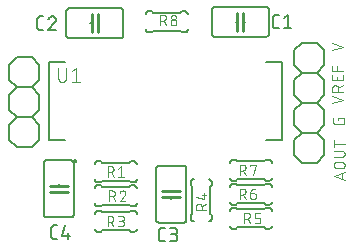
<source format=gbr>
G04 EAGLE Gerber RS-274X export*
G75*
%MOMM*%
%FSLAX34Y34*%
%LPD*%
%INSilkscreen Top*%
%IPPOS*%
%AMOC8*
5,1,8,0,0,1.08239X$1,22.5*%
G01*
%ADD10C,0.076200*%
%ADD11C,0.200000*%
%ADD12C,0.127000*%
%ADD13C,0.101600*%
%ADD14C,0.152400*%
%ADD15C,0.254000*%


D10*
X407584Y296918D02*
X416982Y300051D01*
X407584Y303184D01*
X417330Y255211D02*
X407932Y252079D01*
X407932Y258344D02*
X417330Y255211D01*
X417330Y262107D02*
X407932Y262107D01*
X407932Y264717D01*
X407931Y264717D02*
X407933Y264818D01*
X407939Y264919D01*
X407949Y265020D01*
X407962Y265120D01*
X407980Y265220D01*
X408001Y265319D01*
X408027Y265417D01*
X408056Y265514D01*
X408088Y265610D01*
X408125Y265704D01*
X408165Y265797D01*
X408209Y265889D01*
X408256Y265978D01*
X408307Y266066D01*
X408361Y266152D01*
X408418Y266235D01*
X408478Y266317D01*
X408542Y266395D01*
X408608Y266472D01*
X408678Y266545D01*
X408750Y266616D01*
X408825Y266684D01*
X408903Y266749D01*
X408983Y266811D01*
X409065Y266870D01*
X409150Y266926D01*
X409237Y266978D01*
X409325Y267027D01*
X409416Y267073D01*
X409508Y267114D01*
X409602Y267153D01*
X409697Y267187D01*
X409793Y267218D01*
X409891Y267245D01*
X409989Y267269D01*
X410089Y267288D01*
X410189Y267304D01*
X410289Y267316D01*
X410390Y267324D01*
X410491Y267328D01*
X410593Y267328D01*
X410694Y267324D01*
X410795Y267316D01*
X410895Y267304D01*
X410995Y267288D01*
X411095Y267269D01*
X411193Y267245D01*
X411291Y267218D01*
X411387Y267187D01*
X411482Y267153D01*
X411576Y267114D01*
X411668Y267073D01*
X411759Y267027D01*
X411848Y266978D01*
X411934Y266926D01*
X412019Y266870D01*
X412101Y266811D01*
X412181Y266749D01*
X412259Y266684D01*
X412334Y266616D01*
X412406Y266545D01*
X412476Y266472D01*
X412542Y266395D01*
X412606Y266317D01*
X412666Y266235D01*
X412723Y266152D01*
X412777Y266066D01*
X412828Y265978D01*
X412875Y265889D01*
X412919Y265797D01*
X412959Y265704D01*
X412996Y265610D01*
X413028Y265514D01*
X413057Y265417D01*
X413083Y265319D01*
X413104Y265220D01*
X413122Y265120D01*
X413135Y265020D01*
X413145Y264919D01*
X413151Y264818D01*
X413153Y264717D01*
X413153Y262107D01*
X413153Y265239D02*
X417330Y267328D01*
X417330Y271516D02*
X417330Y275693D01*
X417330Y271516D02*
X407932Y271516D01*
X407932Y275693D01*
X412109Y274648D02*
X412109Y271516D01*
X407932Y279440D02*
X417330Y279440D01*
X407932Y279440D02*
X407932Y283617D01*
X412109Y283617D02*
X412109Y279440D01*
X412976Y239467D02*
X412976Y237900D01*
X412976Y239467D02*
X418197Y239467D01*
X418197Y236334D01*
X418196Y236334D02*
X418194Y236245D01*
X418188Y236157D01*
X418179Y236069D01*
X418166Y235981D01*
X418149Y235894D01*
X418129Y235808D01*
X418104Y235723D01*
X418077Y235638D01*
X418045Y235555D01*
X418011Y235474D01*
X417972Y235394D01*
X417931Y235316D01*
X417886Y235239D01*
X417838Y235165D01*
X417787Y235092D01*
X417733Y235022D01*
X417675Y234955D01*
X417615Y234889D01*
X417553Y234827D01*
X417487Y234767D01*
X417420Y234709D01*
X417350Y234655D01*
X417277Y234604D01*
X417203Y234556D01*
X417126Y234511D01*
X417048Y234470D01*
X416968Y234431D01*
X416887Y234397D01*
X416804Y234365D01*
X416719Y234338D01*
X416634Y234313D01*
X416548Y234293D01*
X416461Y234276D01*
X416373Y234263D01*
X416285Y234254D01*
X416197Y234248D01*
X416108Y234246D01*
X410887Y234246D01*
X410887Y234245D02*
X410796Y234247D01*
X410705Y234253D01*
X410614Y234263D01*
X410524Y234277D01*
X410435Y234295D01*
X410346Y234316D01*
X410259Y234342D01*
X410173Y234371D01*
X410088Y234404D01*
X410004Y234441D01*
X409922Y234481D01*
X409843Y234525D01*
X409765Y234572D01*
X409689Y234623D01*
X409615Y234677D01*
X409544Y234734D01*
X409476Y234794D01*
X409410Y234857D01*
X409347Y234923D01*
X409287Y234991D01*
X409230Y235062D01*
X409176Y235136D01*
X409125Y235212D01*
X409078Y235289D01*
X409034Y235369D01*
X408994Y235451D01*
X408957Y235535D01*
X408924Y235619D01*
X408895Y235706D01*
X408869Y235793D01*
X408848Y235882D01*
X408830Y235971D01*
X408816Y236061D01*
X408806Y236152D01*
X408800Y236243D01*
X408798Y236334D01*
X408799Y236334D02*
X408799Y239467D01*
X409206Y190627D02*
X418604Y187494D01*
X418604Y193760D02*
X409206Y190627D01*
X416254Y192976D02*
X416254Y188277D01*
X415993Y197160D02*
X411816Y197160D01*
X411715Y197162D01*
X411614Y197168D01*
X411513Y197178D01*
X411413Y197191D01*
X411313Y197209D01*
X411214Y197230D01*
X411116Y197256D01*
X411019Y197285D01*
X410923Y197317D01*
X410829Y197354D01*
X410736Y197394D01*
X410644Y197438D01*
X410555Y197485D01*
X410467Y197536D01*
X410381Y197590D01*
X410298Y197647D01*
X410216Y197707D01*
X410138Y197771D01*
X410061Y197837D01*
X409988Y197907D01*
X409917Y197979D01*
X409849Y198054D01*
X409784Y198132D01*
X409722Y198212D01*
X409663Y198294D01*
X409607Y198379D01*
X409555Y198466D01*
X409506Y198554D01*
X409460Y198645D01*
X409419Y198737D01*
X409380Y198831D01*
X409346Y198926D01*
X409315Y199022D01*
X409288Y199120D01*
X409264Y199218D01*
X409245Y199318D01*
X409229Y199418D01*
X409217Y199518D01*
X409209Y199619D01*
X409205Y199720D01*
X409205Y199822D01*
X409209Y199923D01*
X409217Y200024D01*
X409229Y200124D01*
X409245Y200224D01*
X409264Y200324D01*
X409288Y200422D01*
X409315Y200520D01*
X409346Y200616D01*
X409380Y200711D01*
X409419Y200805D01*
X409460Y200897D01*
X409506Y200988D01*
X409555Y201077D01*
X409607Y201163D01*
X409663Y201248D01*
X409722Y201330D01*
X409784Y201410D01*
X409849Y201488D01*
X409917Y201563D01*
X409988Y201635D01*
X410061Y201705D01*
X410138Y201771D01*
X410216Y201835D01*
X410298Y201895D01*
X410381Y201952D01*
X410467Y202006D01*
X410555Y202057D01*
X410644Y202104D01*
X410736Y202148D01*
X410829Y202188D01*
X410923Y202225D01*
X411019Y202257D01*
X411116Y202286D01*
X411214Y202312D01*
X411313Y202333D01*
X411413Y202351D01*
X411513Y202364D01*
X411614Y202374D01*
X411715Y202380D01*
X411816Y202382D01*
X411816Y202381D02*
X415993Y202381D01*
X415993Y202382D02*
X416094Y202380D01*
X416195Y202374D01*
X416296Y202364D01*
X416396Y202351D01*
X416496Y202333D01*
X416595Y202312D01*
X416693Y202286D01*
X416790Y202257D01*
X416886Y202225D01*
X416980Y202188D01*
X417073Y202148D01*
X417165Y202104D01*
X417254Y202057D01*
X417342Y202006D01*
X417428Y201952D01*
X417511Y201895D01*
X417593Y201835D01*
X417671Y201771D01*
X417748Y201705D01*
X417821Y201635D01*
X417892Y201563D01*
X417960Y201488D01*
X418025Y201410D01*
X418087Y201330D01*
X418146Y201248D01*
X418202Y201163D01*
X418254Y201076D01*
X418303Y200988D01*
X418349Y200897D01*
X418390Y200805D01*
X418429Y200711D01*
X418463Y200616D01*
X418494Y200520D01*
X418521Y200422D01*
X418545Y200324D01*
X418564Y200224D01*
X418580Y200124D01*
X418592Y200024D01*
X418600Y199923D01*
X418604Y199822D01*
X418604Y199720D01*
X418600Y199619D01*
X418592Y199518D01*
X418580Y199418D01*
X418564Y199318D01*
X418545Y199218D01*
X418521Y199120D01*
X418494Y199022D01*
X418463Y198926D01*
X418429Y198831D01*
X418390Y198737D01*
X418349Y198645D01*
X418303Y198554D01*
X418254Y198465D01*
X418202Y198379D01*
X418146Y198294D01*
X418087Y198212D01*
X418025Y198132D01*
X417960Y198054D01*
X417892Y197979D01*
X417821Y197907D01*
X417748Y197837D01*
X417671Y197771D01*
X417593Y197707D01*
X417511Y197647D01*
X417428Y197590D01*
X417342Y197536D01*
X417254Y197485D01*
X417165Y197438D01*
X417073Y197394D01*
X416980Y197354D01*
X416886Y197317D01*
X416790Y197285D01*
X416693Y197256D01*
X416595Y197230D01*
X416496Y197209D01*
X416396Y197191D01*
X416296Y197178D01*
X416195Y197168D01*
X416094Y197162D01*
X415993Y197160D01*
X415993Y206609D02*
X409206Y206609D01*
X415993Y206609D02*
X416094Y206611D01*
X416195Y206617D01*
X416296Y206627D01*
X416396Y206640D01*
X416496Y206658D01*
X416595Y206679D01*
X416693Y206705D01*
X416790Y206734D01*
X416886Y206766D01*
X416980Y206803D01*
X417073Y206843D01*
X417165Y206887D01*
X417254Y206934D01*
X417342Y206985D01*
X417428Y207039D01*
X417511Y207096D01*
X417593Y207156D01*
X417671Y207220D01*
X417748Y207286D01*
X417821Y207356D01*
X417892Y207428D01*
X417960Y207503D01*
X418025Y207581D01*
X418087Y207661D01*
X418146Y207743D01*
X418202Y207828D01*
X418254Y207914D01*
X418303Y208003D01*
X418349Y208094D01*
X418390Y208186D01*
X418429Y208280D01*
X418463Y208375D01*
X418494Y208471D01*
X418521Y208569D01*
X418545Y208667D01*
X418564Y208767D01*
X418580Y208867D01*
X418592Y208967D01*
X418600Y209068D01*
X418604Y209169D01*
X418604Y209271D01*
X418600Y209372D01*
X418592Y209473D01*
X418580Y209573D01*
X418564Y209673D01*
X418545Y209773D01*
X418521Y209871D01*
X418494Y209969D01*
X418463Y210065D01*
X418429Y210160D01*
X418390Y210254D01*
X418349Y210346D01*
X418303Y210437D01*
X418254Y210525D01*
X418202Y210612D01*
X418146Y210697D01*
X418087Y210779D01*
X418025Y210859D01*
X417960Y210937D01*
X417892Y211012D01*
X417821Y211084D01*
X417748Y211154D01*
X417671Y211220D01*
X417593Y211284D01*
X417511Y211344D01*
X417428Y211401D01*
X417342Y211455D01*
X417254Y211506D01*
X417165Y211553D01*
X417073Y211597D01*
X416980Y211637D01*
X416886Y211674D01*
X416790Y211706D01*
X416693Y211735D01*
X416595Y211761D01*
X416496Y211782D01*
X416396Y211800D01*
X416296Y211813D01*
X416195Y211823D01*
X416094Y211829D01*
X415993Y211831D01*
X415993Y211830D02*
X409206Y211830D01*
X409206Y218059D02*
X418604Y218059D01*
X409206Y215448D02*
X409206Y220669D01*
D11*
X189500Y203450D02*
X189502Y203513D01*
X189508Y203575D01*
X189518Y203637D01*
X189531Y203699D01*
X189549Y203759D01*
X189570Y203818D01*
X189595Y203876D01*
X189624Y203932D01*
X189656Y203986D01*
X189691Y204038D01*
X189729Y204087D01*
X189771Y204135D01*
X189815Y204179D01*
X189863Y204221D01*
X189912Y204259D01*
X189964Y204294D01*
X190018Y204326D01*
X190074Y204355D01*
X190132Y204380D01*
X190191Y204401D01*
X190251Y204419D01*
X190313Y204432D01*
X190375Y204442D01*
X190437Y204448D01*
X190500Y204450D01*
X190563Y204448D01*
X190625Y204442D01*
X190687Y204432D01*
X190749Y204419D01*
X190809Y204401D01*
X190868Y204380D01*
X190926Y204355D01*
X190982Y204326D01*
X191036Y204294D01*
X191088Y204259D01*
X191137Y204221D01*
X191185Y204179D01*
X191229Y204135D01*
X191271Y204087D01*
X191309Y204038D01*
X191344Y203986D01*
X191376Y203932D01*
X191405Y203876D01*
X191430Y203818D01*
X191451Y203759D01*
X191469Y203699D01*
X191482Y203637D01*
X191492Y203575D01*
X191498Y203513D01*
X191500Y203450D01*
X191498Y203387D01*
X191492Y203325D01*
X191482Y203263D01*
X191469Y203201D01*
X191451Y203141D01*
X191430Y203082D01*
X191405Y203024D01*
X191376Y202968D01*
X191344Y202914D01*
X191309Y202862D01*
X191271Y202813D01*
X191229Y202765D01*
X191185Y202721D01*
X191137Y202679D01*
X191088Y202641D01*
X191036Y202606D01*
X190982Y202574D01*
X190926Y202545D01*
X190868Y202520D01*
X190809Y202499D01*
X190749Y202481D01*
X190687Y202468D01*
X190625Y202458D01*
X190563Y202452D01*
X190500Y202450D01*
X190437Y202452D01*
X190375Y202458D01*
X190313Y202468D01*
X190251Y202481D01*
X190191Y202499D01*
X190132Y202520D01*
X190074Y202545D01*
X190018Y202574D01*
X189964Y202606D01*
X189912Y202641D01*
X189863Y202679D01*
X189815Y202721D01*
X189771Y202765D01*
X189729Y202813D01*
X189691Y202862D01*
X189656Y202914D01*
X189624Y202968D01*
X189595Y203024D01*
X189570Y203082D01*
X189549Y203141D01*
X189531Y203201D01*
X189518Y203263D01*
X189508Y203325D01*
X189502Y203387D01*
X189500Y203450D01*
D12*
X181450Y221000D02*
X168250Y221000D01*
X168250Y287000D01*
X181450Y287000D01*
X351950Y287000D02*
X365150Y287000D01*
X365150Y221000D01*
X351950Y221000D01*
D13*
X176130Y273404D02*
X176130Y281842D01*
X176129Y273404D02*
X176131Y273291D01*
X176137Y273178D01*
X176147Y273065D01*
X176161Y272952D01*
X176178Y272840D01*
X176200Y272729D01*
X176225Y272619D01*
X176255Y272509D01*
X176288Y272401D01*
X176325Y272294D01*
X176365Y272188D01*
X176410Y272084D01*
X176458Y271981D01*
X176509Y271880D01*
X176564Y271781D01*
X176622Y271684D01*
X176684Y271589D01*
X176749Y271496D01*
X176817Y271406D01*
X176888Y271318D01*
X176963Y271232D01*
X177040Y271149D01*
X177120Y271069D01*
X177203Y270992D01*
X177289Y270917D01*
X177377Y270846D01*
X177467Y270778D01*
X177560Y270713D01*
X177655Y270651D01*
X177752Y270593D01*
X177851Y270538D01*
X177952Y270487D01*
X178055Y270439D01*
X178159Y270394D01*
X178265Y270354D01*
X178372Y270317D01*
X178480Y270284D01*
X178590Y270254D01*
X178700Y270229D01*
X178811Y270207D01*
X178923Y270190D01*
X179036Y270176D01*
X179149Y270166D01*
X179262Y270160D01*
X179375Y270158D01*
X179488Y270160D01*
X179601Y270166D01*
X179714Y270176D01*
X179827Y270190D01*
X179939Y270207D01*
X180050Y270229D01*
X180160Y270254D01*
X180270Y270284D01*
X180378Y270317D01*
X180485Y270354D01*
X180591Y270394D01*
X180695Y270439D01*
X180798Y270487D01*
X180899Y270538D01*
X180998Y270593D01*
X181095Y270651D01*
X181190Y270713D01*
X181283Y270778D01*
X181373Y270846D01*
X181461Y270917D01*
X181547Y270992D01*
X181630Y271069D01*
X181710Y271149D01*
X181787Y271232D01*
X181862Y271318D01*
X181933Y271406D01*
X182001Y271496D01*
X182066Y271589D01*
X182128Y271684D01*
X182186Y271781D01*
X182241Y271880D01*
X182292Y271981D01*
X182340Y272084D01*
X182385Y272188D01*
X182425Y272294D01*
X182462Y272401D01*
X182495Y272509D01*
X182525Y272619D01*
X182550Y272729D01*
X182572Y272840D01*
X182589Y272952D01*
X182603Y273065D01*
X182613Y273178D01*
X182619Y273291D01*
X182621Y273404D01*
X182621Y281842D01*
X187941Y279246D02*
X191186Y281842D01*
X191186Y270158D01*
X187941Y270158D02*
X194432Y270158D01*
D14*
X209550Y203200D02*
X209450Y203198D01*
X209351Y203192D01*
X209251Y203182D01*
X209153Y203169D01*
X209054Y203151D01*
X208957Y203130D01*
X208861Y203105D01*
X208765Y203076D01*
X208671Y203043D01*
X208578Y203007D01*
X208487Y202967D01*
X208397Y202923D01*
X208309Y202876D01*
X208223Y202826D01*
X208139Y202772D01*
X208057Y202715D01*
X207978Y202655D01*
X207900Y202591D01*
X207826Y202525D01*
X207754Y202456D01*
X207685Y202384D01*
X207619Y202310D01*
X207555Y202232D01*
X207495Y202153D01*
X207438Y202071D01*
X207384Y201987D01*
X207334Y201901D01*
X207287Y201813D01*
X207243Y201723D01*
X207203Y201632D01*
X207167Y201539D01*
X207134Y201445D01*
X207105Y201349D01*
X207080Y201253D01*
X207059Y201156D01*
X207041Y201057D01*
X207028Y200959D01*
X207018Y200859D01*
X207012Y200760D01*
X207010Y200660D01*
X207010Y187960D02*
X207012Y187860D01*
X207018Y187761D01*
X207028Y187661D01*
X207041Y187563D01*
X207059Y187464D01*
X207080Y187367D01*
X207105Y187271D01*
X207134Y187175D01*
X207167Y187081D01*
X207203Y186988D01*
X207243Y186897D01*
X207287Y186807D01*
X207334Y186719D01*
X207384Y186633D01*
X207438Y186549D01*
X207495Y186467D01*
X207555Y186388D01*
X207619Y186310D01*
X207685Y186236D01*
X207754Y186164D01*
X207826Y186095D01*
X207900Y186029D01*
X207978Y185965D01*
X208057Y185905D01*
X208139Y185848D01*
X208223Y185794D01*
X208309Y185744D01*
X208397Y185697D01*
X208487Y185653D01*
X208578Y185613D01*
X208671Y185577D01*
X208765Y185544D01*
X208861Y185515D01*
X208957Y185490D01*
X209054Y185469D01*
X209153Y185451D01*
X209251Y185438D01*
X209351Y185428D01*
X209450Y185422D01*
X209550Y185420D01*
X240030Y185420D02*
X240130Y185422D01*
X240229Y185428D01*
X240329Y185438D01*
X240427Y185451D01*
X240526Y185469D01*
X240623Y185490D01*
X240719Y185515D01*
X240815Y185544D01*
X240909Y185577D01*
X241002Y185613D01*
X241093Y185653D01*
X241183Y185697D01*
X241271Y185744D01*
X241357Y185794D01*
X241441Y185848D01*
X241523Y185905D01*
X241602Y185965D01*
X241680Y186029D01*
X241754Y186095D01*
X241826Y186164D01*
X241895Y186236D01*
X241961Y186310D01*
X242025Y186388D01*
X242085Y186467D01*
X242142Y186549D01*
X242196Y186633D01*
X242246Y186719D01*
X242293Y186807D01*
X242337Y186897D01*
X242377Y186988D01*
X242413Y187081D01*
X242446Y187175D01*
X242475Y187271D01*
X242500Y187367D01*
X242521Y187464D01*
X242539Y187563D01*
X242552Y187661D01*
X242562Y187761D01*
X242568Y187860D01*
X242570Y187960D01*
X242570Y200660D02*
X242568Y200760D01*
X242562Y200859D01*
X242552Y200959D01*
X242539Y201057D01*
X242521Y201156D01*
X242500Y201253D01*
X242475Y201349D01*
X242446Y201445D01*
X242413Y201539D01*
X242377Y201632D01*
X242337Y201723D01*
X242293Y201813D01*
X242246Y201901D01*
X242196Y201987D01*
X242142Y202071D01*
X242085Y202153D01*
X242025Y202232D01*
X241961Y202310D01*
X241895Y202384D01*
X241826Y202456D01*
X241754Y202525D01*
X241680Y202591D01*
X241602Y202655D01*
X241523Y202715D01*
X241441Y202772D01*
X241357Y202826D01*
X241271Y202876D01*
X241183Y202923D01*
X241093Y202967D01*
X241002Y203007D01*
X240909Y203043D01*
X240815Y203076D01*
X240719Y203105D01*
X240623Y203130D01*
X240526Y203151D01*
X240427Y203169D01*
X240329Y203182D01*
X240229Y203192D01*
X240130Y203198D01*
X240030Y203200D01*
X212090Y203200D02*
X209550Y203200D01*
X212090Y203200D02*
X213360Y201930D01*
X212090Y185420D02*
X209550Y185420D01*
X212090Y185420D02*
X213360Y186690D01*
X236220Y201930D02*
X237490Y203200D01*
X236220Y201930D02*
X213360Y201930D01*
X236220Y186690D02*
X237490Y185420D01*
X236220Y186690D02*
X213360Y186690D01*
X237490Y203200D02*
X240030Y203200D01*
X240030Y185420D02*
X237490Y185420D01*
D13*
X217932Y189992D02*
X217932Y198882D01*
X220401Y198882D01*
X220499Y198880D01*
X220597Y198874D01*
X220695Y198864D01*
X220792Y198851D01*
X220889Y198833D01*
X220985Y198812D01*
X221079Y198787D01*
X221173Y198758D01*
X221266Y198726D01*
X221357Y198689D01*
X221447Y198650D01*
X221535Y198606D01*
X221621Y198559D01*
X221706Y198509D01*
X221788Y198456D01*
X221868Y198399D01*
X221946Y198339D01*
X222021Y198276D01*
X222094Y198210D01*
X222164Y198141D01*
X222231Y198070D01*
X222296Y197996D01*
X222357Y197919D01*
X222416Y197840D01*
X222471Y197759D01*
X222523Y197676D01*
X222571Y197590D01*
X222616Y197503D01*
X222658Y197414D01*
X222696Y197324D01*
X222730Y197232D01*
X222761Y197139D01*
X222788Y197044D01*
X222811Y196949D01*
X222831Y196852D01*
X222846Y196756D01*
X222858Y196658D01*
X222866Y196560D01*
X222870Y196462D01*
X222870Y196364D01*
X222866Y196266D01*
X222858Y196168D01*
X222846Y196070D01*
X222831Y195974D01*
X222811Y195877D01*
X222788Y195782D01*
X222761Y195687D01*
X222730Y195594D01*
X222696Y195502D01*
X222658Y195412D01*
X222616Y195323D01*
X222571Y195236D01*
X222523Y195150D01*
X222471Y195067D01*
X222416Y194986D01*
X222357Y194907D01*
X222296Y194830D01*
X222231Y194756D01*
X222164Y194685D01*
X222094Y194616D01*
X222021Y194550D01*
X221946Y194487D01*
X221868Y194427D01*
X221788Y194370D01*
X221706Y194317D01*
X221621Y194267D01*
X221535Y194220D01*
X221447Y194176D01*
X221357Y194137D01*
X221266Y194100D01*
X221173Y194068D01*
X221079Y194039D01*
X220985Y194014D01*
X220889Y193993D01*
X220792Y193975D01*
X220695Y193962D01*
X220597Y193952D01*
X220499Y193946D01*
X220401Y193944D01*
X220401Y193943D02*
X217932Y193943D01*
X220895Y193943D02*
X222871Y189992D01*
X226782Y196906D02*
X229251Y198882D01*
X229251Y189992D01*
X226782Y189992D02*
X231721Y189992D01*
D14*
X242570Y167640D02*
X242568Y167540D01*
X242562Y167441D01*
X242552Y167341D01*
X242539Y167243D01*
X242521Y167144D01*
X242500Y167047D01*
X242475Y166951D01*
X242446Y166855D01*
X242413Y166761D01*
X242377Y166668D01*
X242337Y166577D01*
X242293Y166487D01*
X242246Y166399D01*
X242196Y166313D01*
X242142Y166229D01*
X242085Y166147D01*
X242025Y166068D01*
X241961Y165990D01*
X241895Y165916D01*
X241826Y165844D01*
X241754Y165775D01*
X241680Y165709D01*
X241602Y165645D01*
X241523Y165585D01*
X241441Y165528D01*
X241357Y165474D01*
X241271Y165424D01*
X241183Y165377D01*
X241093Y165333D01*
X241002Y165293D01*
X240909Y165257D01*
X240815Y165224D01*
X240719Y165195D01*
X240623Y165170D01*
X240526Y165149D01*
X240427Y165131D01*
X240329Y165118D01*
X240229Y165108D01*
X240130Y165102D01*
X240030Y165100D01*
X242570Y180340D02*
X242568Y180440D01*
X242562Y180539D01*
X242552Y180639D01*
X242539Y180737D01*
X242521Y180836D01*
X242500Y180933D01*
X242475Y181029D01*
X242446Y181125D01*
X242413Y181219D01*
X242377Y181312D01*
X242337Y181403D01*
X242293Y181493D01*
X242246Y181581D01*
X242196Y181667D01*
X242142Y181751D01*
X242085Y181833D01*
X242025Y181912D01*
X241961Y181990D01*
X241895Y182064D01*
X241826Y182136D01*
X241754Y182205D01*
X241680Y182271D01*
X241602Y182335D01*
X241523Y182395D01*
X241441Y182452D01*
X241357Y182506D01*
X241271Y182556D01*
X241183Y182603D01*
X241093Y182647D01*
X241002Y182687D01*
X240909Y182723D01*
X240815Y182756D01*
X240719Y182785D01*
X240623Y182810D01*
X240526Y182831D01*
X240427Y182849D01*
X240329Y182862D01*
X240229Y182872D01*
X240130Y182878D01*
X240030Y182880D01*
X209550Y182880D02*
X209450Y182878D01*
X209351Y182872D01*
X209251Y182862D01*
X209153Y182849D01*
X209054Y182831D01*
X208957Y182810D01*
X208861Y182785D01*
X208765Y182756D01*
X208671Y182723D01*
X208578Y182687D01*
X208487Y182647D01*
X208397Y182603D01*
X208309Y182556D01*
X208223Y182506D01*
X208139Y182452D01*
X208057Y182395D01*
X207978Y182335D01*
X207900Y182271D01*
X207826Y182205D01*
X207754Y182136D01*
X207685Y182064D01*
X207619Y181990D01*
X207555Y181912D01*
X207495Y181833D01*
X207438Y181751D01*
X207384Y181667D01*
X207334Y181581D01*
X207287Y181493D01*
X207243Y181403D01*
X207203Y181312D01*
X207167Y181219D01*
X207134Y181125D01*
X207105Y181029D01*
X207080Y180933D01*
X207059Y180836D01*
X207041Y180737D01*
X207028Y180639D01*
X207018Y180539D01*
X207012Y180440D01*
X207010Y180340D01*
X207010Y167640D02*
X207012Y167540D01*
X207018Y167441D01*
X207028Y167341D01*
X207041Y167243D01*
X207059Y167144D01*
X207080Y167047D01*
X207105Y166951D01*
X207134Y166855D01*
X207167Y166761D01*
X207203Y166668D01*
X207243Y166577D01*
X207287Y166487D01*
X207334Y166399D01*
X207384Y166313D01*
X207438Y166229D01*
X207495Y166147D01*
X207555Y166068D01*
X207619Y165990D01*
X207685Y165916D01*
X207754Y165844D01*
X207826Y165775D01*
X207900Y165709D01*
X207978Y165645D01*
X208057Y165585D01*
X208139Y165528D01*
X208223Y165474D01*
X208309Y165424D01*
X208397Y165377D01*
X208487Y165333D01*
X208578Y165293D01*
X208671Y165257D01*
X208765Y165224D01*
X208861Y165195D01*
X208957Y165170D01*
X209054Y165149D01*
X209153Y165131D01*
X209251Y165118D01*
X209351Y165108D01*
X209450Y165102D01*
X209550Y165100D01*
X237490Y165100D02*
X240030Y165100D01*
X237490Y165100D02*
X236220Y166370D01*
X237490Y182880D02*
X240030Y182880D01*
X237490Y182880D02*
X236220Y181610D01*
X213360Y166370D02*
X212090Y165100D01*
X213360Y166370D02*
X236220Y166370D01*
X213360Y181610D02*
X212090Y182880D01*
X213360Y181610D02*
X236220Y181610D01*
X212090Y165100D02*
X209550Y165100D01*
X209550Y182880D02*
X212090Y182880D01*
D13*
X219129Y178308D02*
X219129Y169418D01*
X219129Y178308D02*
X221599Y178308D01*
X221697Y178306D01*
X221795Y178300D01*
X221893Y178290D01*
X221990Y178277D01*
X222087Y178259D01*
X222183Y178238D01*
X222277Y178213D01*
X222371Y178184D01*
X222464Y178152D01*
X222555Y178115D01*
X222645Y178076D01*
X222733Y178032D01*
X222819Y177985D01*
X222904Y177935D01*
X222986Y177882D01*
X223066Y177825D01*
X223144Y177765D01*
X223219Y177702D01*
X223292Y177636D01*
X223362Y177567D01*
X223429Y177496D01*
X223494Y177422D01*
X223555Y177345D01*
X223614Y177266D01*
X223669Y177185D01*
X223721Y177102D01*
X223769Y177016D01*
X223814Y176929D01*
X223856Y176840D01*
X223894Y176750D01*
X223928Y176658D01*
X223959Y176565D01*
X223986Y176470D01*
X224009Y176375D01*
X224029Y176278D01*
X224044Y176182D01*
X224056Y176084D01*
X224064Y175986D01*
X224068Y175888D01*
X224068Y175790D01*
X224064Y175692D01*
X224056Y175594D01*
X224044Y175496D01*
X224029Y175400D01*
X224009Y175303D01*
X223986Y175208D01*
X223959Y175113D01*
X223928Y175020D01*
X223894Y174928D01*
X223856Y174838D01*
X223814Y174749D01*
X223769Y174662D01*
X223721Y174576D01*
X223669Y174493D01*
X223614Y174412D01*
X223555Y174333D01*
X223494Y174256D01*
X223429Y174182D01*
X223362Y174111D01*
X223292Y174042D01*
X223219Y173976D01*
X223144Y173913D01*
X223066Y173853D01*
X222986Y173796D01*
X222904Y173743D01*
X222819Y173693D01*
X222733Y173646D01*
X222645Y173602D01*
X222555Y173563D01*
X222464Y173526D01*
X222371Y173494D01*
X222277Y173465D01*
X222183Y173440D01*
X222087Y173419D01*
X221990Y173401D01*
X221893Y173388D01*
X221795Y173378D01*
X221697Y173372D01*
X221599Y173370D01*
X221599Y173369D02*
X219129Y173369D01*
X222093Y173369D02*
X224068Y169418D01*
X232919Y176086D02*
X232917Y176178D01*
X232911Y176270D01*
X232902Y176361D01*
X232889Y176452D01*
X232872Y176542D01*
X232851Y176632D01*
X232827Y176720D01*
X232799Y176808D01*
X232767Y176894D01*
X232732Y176979D01*
X232693Y177062D01*
X232651Y177144D01*
X232606Y177224D01*
X232557Y177302D01*
X232505Y177378D01*
X232450Y177451D01*
X232392Y177523D01*
X232332Y177592D01*
X232268Y177658D01*
X232202Y177722D01*
X232133Y177782D01*
X232061Y177840D01*
X231988Y177895D01*
X231912Y177947D01*
X231834Y177996D01*
X231754Y178041D01*
X231672Y178083D01*
X231589Y178122D01*
X231504Y178157D01*
X231418Y178189D01*
X231330Y178217D01*
X231242Y178241D01*
X231152Y178262D01*
X231062Y178279D01*
X230971Y178292D01*
X230880Y178301D01*
X230788Y178307D01*
X230696Y178309D01*
X230696Y178308D02*
X230590Y178306D01*
X230485Y178300D01*
X230380Y178290D01*
X230275Y178277D01*
X230171Y178259D01*
X230068Y178238D01*
X229965Y178213D01*
X229863Y178184D01*
X229763Y178151D01*
X229664Y178115D01*
X229566Y178075D01*
X229470Y178031D01*
X229375Y177984D01*
X229283Y177934D01*
X229192Y177880D01*
X229103Y177822D01*
X229017Y177762D01*
X228933Y177698D01*
X228851Y177632D01*
X228771Y177562D01*
X228695Y177489D01*
X228621Y177414D01*
X228550Y177336D01*
X228482Y177255D01*
X228416Y177172D01*
X228354Y177086D01*
X228296Y176999D01*
X228240Y176909D01*
X228188Y176817D01*
X228139Y176723D01*
X228094Y176628D01*
X228052Y176531D01*
X228014Y176432D01*
X227980Y176333D01*
X232177Y174357D02*
X232246Y174426D01*
X232312Y174496D01*
X232375Y174570D01*
X232434Y174646D01*
X232491Y174724D01*
X232545Y174804D01*
X232595Y174887D01*
X232642Y174971D01*
X232685Y175058D01*
X232725Y175146D01*
X232761Y175235D01*
X232794Y175326D01*
X232823Y175418D01*
X232848Y175512D01*
X232869Y175606D01*
X232887Y175701D01*
X232900Y175797D01*
X232910Y175893D01*
X232916Y175989D01*
X232918Y176086D01*
X232177Y174357D02*
X227979Y169418D01*
X232918Y169418D01*
D14*
X242570Y146050D02*
X242568Y145950D01*
X242562Y145851D01*
X242552Y145751D01*
X242539Y145653D01*
X242521Y145554D01*
X242500Y145457D01*
X242475Y145361D01*
X242446Y145265D01*
X242413Y145171D01*
X242377Y145078D01*
X242337Y144987D01*
X242293Y144897D01*
X242246Y144809D01*
X242196Y144723D01*
X242142Y144639D01*
X242085Y144557D01*
X242025Y144478D01*
X241961Y144400D01*
X241895Y144326D01*
X241826Y144254D01*
X241754Y144185D01*
X241680Y144119D01*
X241602Y144055D01*
X241523Y143995D01*
X241441Y143938D01*
X241357Y143884D01*
X241271Y143834D01*
X241183Y143787D01*
X241093Y143743D01*
X241002Y143703D01*
X240909Y143667D01*
X240815Y143634D01*
X240719Y143605D01*
X240623Y143580D01*
X240526Y143559D01*
X240427Y143541D01*
X240329Y143528D01*
X240229Y143518D01*
X240130Y143512D01*
X240030Y143510D01*
X242570Y158750D02*
X242568Y158850D01*
X242562Y158949D01*
X242552Y159049D01*
X242539Y159147D01*
X242521Y159246D01*
X242500Y159343D01*
X242475Y159439D01*
X242446Y159535D01*
X242413Y159629D01*
X242377Y159722D01*
X242337Y159813D01*
X242293Y159903D01*
X242246Y159991D01*
X242196Y160077D01*
X242142Y160161D01*
X242085Y160243D01*
X242025Y160322D01*
X241961Y160400D01*
X241895Y160474D01*
X241826Y160546D01*
X241754Y160615D01*
X241680Y160681D01*
X241602Y160745D01*
X241523Y160805D01*
X241441Y160862D01*
X241357Y160916D01*
X241271Y160966D01*
X241183Y161013D01*
X241093Y161057D01*
X241002Y161097D01*
X240909Y161133D01*
X240815Y161166D01*
X240719Y161195D01*
X240623Y161220D01*
X240526Y161241D01*
X240427Y161259D01*
X240329Y161272D01*
X240229Y161282D01*
X240130Y161288D01*
X240030Y161290D01*
X209550Y161290D02*
X209450Y161288D01*
X209351Y161282D01*
X209251Y161272D01*
X209153Y161259D01*
X209054Y161241D01*
X208957Y161220D01*
X208861Y161195D01*
X208765Y161166D01*
X208671Y161133D01*
X208578Y161097D01*
X208487Y161057D01*
X208397Y161013D01*
X208309Y160966D01*
X208223Y160916D01*
X208139Y160862D01*
X208057Y160805D01*
X207978Y160745D01*
X207900Y160681D01*
X207826Y160615D01*
X207754Y160546D01*
X207685Y160474D01*
X207619Y160400D01*
X207555Y160322D01*
X207495Y160243D01*
X207438Y160161D01*
X207384Y160077D01*
X207334Y159991D01*
X207287Y159903D01*
X207243Y159813D01*
X207203Y159722D01*
X207167Y159629D01*
X207134Y159535D01*
X207105Y159439D01*
X207080Y159343D01*
X207059Y159246D01*
X207041Y159147D01*
X207028Y159049D01*
X207018Y158949D01*
X207012Y158850D01*
X207010Y158750D01*
X207010Y146050D02*
X207012Y145950D01*
X207018Y145851D01*
X207028Y145751D01*
X207041Y145653D01*
X207059Y145554D01*
X207080Y145457D01*
X207105Y145361D01*
X207134Y145265D01*
X207167Y145171D01*
X207203Y145078D01*
X207243Y144987D01*
X207287Y144897D01*
X207334Y144809D01*
X207384Y144723D01*
X207438Y144639D01*
X207495Y144557D01*
X207555Y144478D01*
X207619Y144400D01*
X207685Y144326D01*
X207754Y144254D01*
X207826Y144185D01*
X207900Y144119D01*
X207978Y144055D01*
X208057Y143995D01*
X208139Y143938D01*
X208223Y143884D01*
X208309Y143834D01*
X208397Y143787D01*
X208487Y143743D01*
X208578Y143703D01*
X208671Y143667D01*
X208765Y143634D01*
X208861Y143605D01*
X208957Y143580D01*
X209054Y143559D01*
X209153Y143541D01*
X209251Y143528D01*
X209351Y143518D01*
X209450Y143512D01*
X209550Y143510D01*
X237490Y143510D02*
X240030Y143510D01*
X237490Y143510D02*
X236220Y144780D01*
X237490Y161290D02*
X240030Y161290D01*
X237490Y161290D02*
X236220Y160020D01*
X213360Y144780D02*
X212090Y143510D01*
X213360Y144780D02*
X236220Y144780D01*
X213360Y160020D02*
X212090Y161290D01*
X213360Y160020D02*
X236220Y160020D01*
X212090Y143510D02*
X209550Y143510D01*
X209550Y161290D02*
X212090Y161290D01*
D13*
X217859Y156718D02*
X217859Y147828D01*
X217859Y156718D02*
X220329Y156718D01*
X220427Y156716D01*
X220525Y156710D01*
X220623Y156700D01*
X220720Y156687D01*
X220817Y156669D01*
X220913Y156648D01*
X221007Y156623D01*
X221101Y156594D01*
X221194Y156562D01*
X221285Y156525D01*
X221375Y156486D01*
X221463Y156442D01*
X221549Y156395D01*
X221634Y156345D01*
X221716Y156292D01*
X221796Y156235D01*
X221874Y156175D01*
X221949Y156112D01*
X222022Y156046D01*
X222092Y155977D01*
X222159Y155906D01*
X222224Y155832D01*
X222285Y155755D01*
X222344Y155676D01*
X222399Y155595D01*
X222451Y155512D01*
X222499Y155426D01*
X222544Y155339D01*
X222586Y155250D01*
X222624Y155160D01*
X222658Y155068D01*
X222689Y154975D01*
X222716Y154880D01*
X222739Y154785D01*
X222759Y154688D01*
X222774Y154592D01*
X222786Y154494D01*
X222794Y154396D01*
X222798Y154298D01*
X222798Y154200D01*
X222794Y154102D01*
X222786Y154004D01*
X222774Y153906D01*
X222759Y153810D01*
X222739Y153713D01*
X222716Y153618D01*
X222689Y153523D01*
X222658Y153430D01*
X222624Y153338D01*
X222586Y153248D01*
X222544Y153159D01*
X222499Y153072D01*
X222451Y152986D01*
X222399Y152903D01*
X222344Y152822D01*
X222285Y152743D01*
X222224Y152666D01*
X222159Y152592D01*
X222092Y152521D01*
X222022Y152452D01*
X221949Y152386D01*
X221874Y152323D01*
X221796Y152263D01*
X221716Y152206D01*
X221634Y152153D01*
X221549Y152103D01*
X221463Y152056D01*
X221375Y152012D01*
X221285Y151973D01*
X221194Y151936D01*
X221101Y151904D01*
X221007Y151875D01*
X220913Y151850D01*
X220817Y151829D01*
X220720Y151811D01*
X220623Y151798D01*
X220525Y151788D01*
X220427Y151782D01*
X220329Y151780D01*
X220329Y151779D02*
X217859Y151779D01*
X220823Y151779D02*
X222798Y147828D01*
X226709Y147828D02*
X229179Y147828D01*
X229277Y147830D01*
X229375Y147836D01*
X229473Y147846D01*
X229570Y147859D01*
X229667Y147877D01*
X229763Y147898D01*
X229857Y147923D01*
X229951Y147952D01*
X230044Y147984D01*
X230135Y148021D01*
X230225Y148060D01*
X230313Y148104D01*
X230399Y148151D01*
X230484Y148201D01*
X230566Y148254D01*
X230646Y148311D01*
X230724Y148371D01*
X230799Y148434D01*
X230872Y148500D01*
X230942Y148569D01*
X231009Y148640D01*
X231074Y148714D01*
X231135Y148791D01*
X231194Y148870D01*
X231249Y148951D01*
X231301Y149034D01*
X231349Y149120D01*
X231394Y149207D01*
X231436Y149296D01*
X231474Y149386D01*
X231508Y149478D01*
X231539Y149571D01*
X231566Y149666D01*
X231589Y149761D01*
X231609Y149858D01*
X231624Y149954D01*
X231636Y150052D01*
X231644Y150150D01*
X231648Y150248D01*
X231648Y150346D01*
X231644Y150444D01*
X231636Y150542D01*
X231624Y150640D01*
X231609Y150736D01*
X231589Y150833D01*
X231566Y150928D01*
X231539Y151023D01*
X231508Y151116D01*
X231474Y151208D01*
X231436Y151298D01*
X231394Y151387D01*
X231349Y151474D01*
X231301Y151560D01*
X231249Y151643D01*
X231194Y151724D01*
X231135Y151803D01*
X231074Y151880D01*
X231009Y151954D01*
X230942Y152025D01*
X230872Y152094D01*
X230799Y152160D01*
X230724Y152223D01*
X230646Y152283D01*
X230566Y152340D01*
X230484Y152393D01*
X230399Y152443D01*
X230313Y152490D01*
X230225Y152534D01*
X230135Y152573D01*
X230044Y152610D01*
X229951Y152642D01*
X229857Y152671D01*
X229763Y152696D01*
X229667Y152717D01*
X229570Y152735D01*
X229473Y152748D01*
X229375Y152758D01*
X229277Y152764D01*
X229179Y152766D01*
X229672Y156718D02*
X226709Y156718D01*
X229672Y156718D02*
X229759Y156716D01*
X229847Y156710D01*
X229934Y156701D01*
X230020Y156687D01*
X230106Y156670D01*
X230190Y156649D01*
X230274Y156624D01*
X230357Y156595D01*
X230438Y156563D01*
X230518Y156528D01*
X230596Y156489D01*
X230673Y156446D01*
X230747Y156400D01*
X230819Y156351D01*
X230889Y156299D01*
X230957Y156243D01*
X231022Y156185D01*
X231085Y156124D01*
X231144Y156060D01*
X231201Y155993D01*
X231255Y155925D01*
X231306Y155853D01*
X231353Y155780D01*
X231398Y155705D01*
X231439Y155627D01*
X231476Y155548D01*
X231510Y155468D01*
X231540Y155386D01*
X231567Y155303D01*
X231590Y155218D01*
X231609Y155133D01*
X231624Y155047D01*
X231636Y154960D01*
X231644Y154873D01*
X231648Y154786D01*
X231648Y154698D01*
X231644Y154611D01*
X231636Y154524D01*
X231624Y154437D01*
X231609Y154351D01*
X231590Y154266D01*
X231567Y154181D01*
X231540Y154098D01*
X231510Y154016D01*
X231476Y153936D01*
X231439Y153857D01*
X231398Y153779D01*
X231353Y153704D01*
X231306Y153631D01*
X231255Y153559D01*
X231201Y153491D01*
X231144Y153424D01*
X231085Y153360D01*
X231022Y153299D01*
X230957Y153241D01*
X230889Y153185D01*
X230819Y153133D01*
X230747Y153084D01*
X230673Y153038D01*
X230596Y152995D01*
X230518Y152956D01*
X230438Y152921D01*
X230357Y152889D01*
X230274Y152860D01*
X230190Y152835D01*
X230106Y152814D01*
X230020Y152797D01*
X229934Y152783D01*
X229847Y152774D01*
X229759Y152768D01*
X229672Y152766D01*
X229672Y152767D02*
X227697Y152767D01*
D14*
X288290Y154940D02*
X288292Y154840D01*
X288298Y154741D01*
X288308Y154641D01*
X288321Y154543D01*
X288339Y154444D01*
X288360Y154347D01*
X288385Y154251D01*
X288414Y154155D01*
X288447Y154061D01*
X288483Y153968D01*
X288523Y153877D01*
X288567Y153787D01*
X288614Y153699D01*
X288664Y153613D01*
X288718Y153529D01*
X288775Y153447D01*
X288835Y153368D01*
X288899Y153290D01*
X288965Y153216D01*
X289034Y153144D01*
X289106Y153075D01*
X289180Y153009D01*
X289258Y152945D01*
X289337Y152885D01*
X289419Y152828D01*
X289503Y152774D01*
X289589Y152724D01*
X289677Y152677D01*
X289767Y152633D01*
X289858Y152593D01*
X289951Y152557D01*
X290045Y152524D01*
X290141Y152495D01*
X290237Y152470D01*
X290334Y152449D01*
X290433Y152431D01*
X290531Y152418D01*
X290631Y152408D01*
X290730Y152402D01*
X290830Y152400D01*
X303530Y152400D02*
X303630Y152402D01*
X303729Y152408D01*
X303829Y152418D01*
X303927Y152431D01*
X304026Y152449D01*
X304123Y152470D01*
X304219Y152495D01*
X304315Y152524D01*
X304409Y152557D01*
X304502Y152593D01*
X304593Y152633D01*
X304683Y152677D01*
X304771Y152724D01*
X304857Y152774D01*
X304941Y152828D01*
X305023Y152885D01*
X305102Y152945D01*
X305180Y153009D01*
X305254Y153075D01*
X305326Y153144D01*
X305395Y153216D01*
X305461Y153290D01*
X305525Y153368D01*
X305585Y153447D01*
X305642Y153529D01*
X305696Y153613D01*
X305746Y153699D01*
X305793Y153787D01*
X305837Y153877D01*
X305877Y153968D01*
X305913Y154061D01*
X305946Y154155D01*
X305975Y154251D01*
X306000Y154347D01*
X306021Y154444D01*
X306039Y154543D01*
X306052Y154641D01*
X306062Y154741D01*
X306068Y154840D01*
X306070Y154940D01*
X306070Y185420D02*
X306068Y185520D01*
X306062Y185619D01*
X306052Y185719D01*
X306039Y185817D01*
X306021Y185916D01*
X306000Y186013D01*
X305975Y186109D01*
X305946Y186205D01*
X305913Y186299D01*
X305877Y186392D01*
X305837Y186483D01*
X305793Y186573D01*
X305746Y186661D01*
X305696Y186747D01*
X305642Y186831D01*
X305585Y186913D01*
X305525Y186992D01*
X305461Y187070D01*
X305395Y187144D01*
X305326Y187216D01*
X305254Y187285D01*
X305180Y187351D01*
X305102Y187415D01*
X305023Y187475D01*
X304941Y187532D01*
X304857Y187586D01*
X304771Y187636D01*
X304683Y187683D01*
X304593Y187727D01*
X304502Y187767D01*
X304409Y187803D01*
X304315Y187836D01*
X304219Y187865D01*
X304123Y187890D01*
X304026Y187911D01*
X303927Y187929D01*
X303829Y187942D01*
X303729Y187952D01*
X303630Y187958D01*
X303530Y187960D01*
X290830Y187960D02*
X290730Y187958D01*
X290631Y187952D01*
X290531Y187942D01*
X290433Y187929D01*
X290334Y187911D01*
X290237Y187890D01*
X290141Y187865D01*
X290045Y187836D01*
X289951Y187803D01*
X289858Y187767D01*
X289767Y187727D01*
X289677Y187683D01*
X289589Y187636D01*
X289503Y187586D01*
X289419Y187532D01*
X289337Y187475D01*
X289258Y187415D01*
X289180Y187351D01*
X289106Y187285D01*
X289034Y187216D01*
X288965Y187144D01*
X288899Y187070D01*
X288835Y186992D01*
X288775Y186913D01*
X288718Y186831D01*
X288664Y186747D01*
X288614Y186661D01*
X288567Y186573D01*
X288523Y186483D01*
X288483Y186392D01*
X288447Y186299D01*
X288414Y186205D01*
X288385Y186109D01*
X288360Y186013D01*
X288339Y185916D01*
X288321Y185817D01*
X288308Y185719D01*
X288298Y185619D01*
X288292Y185520D01*
X288290Y185420D01*
X288290Y157480D02*
X288290Y154940D01*
X288290Y157480D02*
X289560Y158750D01*
X306070Y157480D02*
X306070Y154940D01*
X306070Y157480D02*
X304800Y158750D01*
X289560Y181610D02*
X288290Y182880D01*
X289560Y181610D02*
X289560Y158750D01*
X304800Y181610D02*
X306070Y182880D01*
X304800Y181610D02*
X304800Y158750D01*
X288290Y182880D02*
X288290Y185420D01*
X306070Y185420D02*
X306070Y182880D01*
D13*
X301498Y162052D02*
X292608Y162052D01*
X292608Y164521D01*
X292610Y164619D01*
X292616Y164717D01*
X292626Y164815D01*
X292639Y164912D01*
X292657Y165009D01*
X292678Y165105D01*
X292703Y165199D01*
X292732Y165293D01*
X292764Y165386D01*
X292801Y165477D01*
X292840Y165567D01*
X292884Y165655D01*
X292931Y165741D01*
X292981Y165826D01*
X293034Y165908D01*
X293091Y165988D01*
X293151Y166066D01*
X293214Y166141D01*
X293280Y166214D01*
X293349Y166284D01*
X293420Y166351D01*
X293494Y166416D01*
X293571Y166477D01*
X293650Y166536D01*
X293731Y166591D01*
X293814Y166643D01*
X293900Y166691D01*
X293987Y166736D01*
X294076Y166778D01*
X294166Y166816D01*
X294258Y166850D01*
X294351Y166881D01*
X294446Y166908D01*
X294541Y166931D01*
X294638Y166951D01*
X294734Y166966D01*
X294832Y166978D01*
X294930Y166986D01*
X295028Y166990D01*
X295126Y166990D01*
X295224Y166986D01*
X295322Y166978D01*
X295420Y166966D01*
X295516Y166951D01*
X295613Y166931D01*
X295708Y166908D01*
X295803Y166881D01*
X295896Y166850D01*
X295988Y166816D01*
X296078Y166778D01*
X296167Y166736D01*
X296254Y166691D01*
X296340Y166643D01*
X296423Y166591D01*
X296504Y166536D01*
X296583Y166477D01*
X296660Y166416D01*
X296734Y166351D01*
X296805Y166284D01*
X296874Y166214D01*
X296940Y166141D01*
X297003Y166066D01*
X297063Y165988D01*
X297120Y165908D01*
X297173Y165826D01*
X297223Y165741D01*
X297270Y165655D01*
X297314Y165567D01*
X297353Y165477D01*
X297390Y165386D01*
X297422Y165293D01*
X297451Y165199D01*
X297476Y165105D01*
X297497Y165009D01*
X297515Y164912D01*
X297528Y164815D01*
X297538Y164717D01*
X297544Y164619D01*
X297546Y164521D01*
X297547Y164521D02*
X297547Y162052D01*
X297547Y165015D02*
X301498Y166991D01*
X299522Y170902D02*
X292608Y172877D01*
X299522Y170902D02*
X299522Y175841D01*
X297547Y174359D02*
X301498Y174359D01*
D14*
X354330Y146050D02*
X354430Y146052D01*
X354529Y146058D01*
X354629Y146068D01*
X354727Y146081D01*
X354826Y146099D01*
X354923Y146120D01*
X355019Y146145D01*
X355115Y146174D01*
X355209Y146207D01*
X355302Y146243D01*
X355393Y146283D01*
X355483Y146327D01*
X355571Y146374D01*
X355657Y146424D01*
X355741Y146478D01*
X355823Y146535D01*
X355902Y146595D01*
X355980Y146659D01*
X356054Y146725D01*
X356126Y146794D01*
X356195Y146866D01*
X356261Y146940D01*
X356325Y147018D01*
X356385Y147097D01*
X356442Y147179D01*
X356496Y147263D01*
X356546Y147349D01*
X356593Y147437D01*
X356637Y147527D01*
X356677Y147618D01*
X356713Y147711D01*
X356746Y147805D01*
X356775Y147901D01*
X356800Y147997D01*
X356821Y148094D01*
X356839Y148193D01*
X356852Y148291D01*
X356862Y148391D01*
X356868Y148490D01*
X356870Y148590D01*
X356870Y161290D02*
X356868Y161390D01*
X356862Y161489D01*
X356852Y161589D01*
X356839Y161687D01*
X356821Y161786D01*
X356800Y161883D01*
X356775Y161979D01*
X356746Y162075D01*
X356713Y162169D01*
X356677Y162262D01*
X356637Y162353D01*
X356593Y162443D01*
X356546Y162531D01*
X356496Y162617D01*
X356442Y162701D01*
X356385Y162783D01*
X356325Y162862D01*
X356261Y162940D01*
X356195Y163014D01*
X356126Y163086D01*
X356054Y163155D01*
X355980Y163221D01*
X355902Y163285D01*
X355823Y163345D01*
X355741Y163402D01*
X355657Y163456D01*
X355571Y163506D01*
X355483Y163553D01*
X355393Y163597D01*
X355302Y163637D01*
X355209Y163673D01*
X355115Y163706D01*
X355019Y163735D01*
X354923Y163760D01*
X354826Y163781D01*
X354727Y163799D01*
X354629Y163812D01*
X354529Y163822D01*
X354430Y163828D01*
X354330Y163830D01*
X323850Y163830D02*
X323750Y163828D01*
X323651Y163822D01*
X323551Y163812D01*
X323453Y163799D01*
X323354Y163781D01*
X323257Y163760D01*
X323161Y163735D01*
X323065Y163706D01*
X322971Y163673D01*
X322878Y163637D01*
X322787Y163597D01*
X322697Y163553D01*
X322609Y163506D01*
X322523Y163456D01*
X322439Y163402D01*
X322357Y163345D01*
X322278Y163285D01*
X322200Y163221D01*
X322126Y163155D01*
X322054Y163086D01*
X321985Y163014D01*
X321919Y162940D01*
X321855Y162862D01*
X321795Y162783D01*
X321738Y162701D01*
X321684Y162617D01*
X321634Y162531D01*
X321587Y162443D01*
X321543Y162353D01*
X321503Y162262D01*
X321467Y162169D01*
X321434Y162075D01*
X321405Y161979D01*
X321380Y161883D01*
X321359Y161786D01*
X321341Y161687D01*
X321328Y161589D01*
X321318Y161489D01*
X321312Y161390D01*
X321310Y161290D01*
X321310Y148590D02*
X321312Y148490D01*
X321318Y148391D01*
X321328Y148291D01*
X321341Y148193D01*
X321359Y148094D01*
X321380Y147997D01*
X321405Y147901D01*
X321434Y147805D01*
X321467Y147711D01*
X321503Y147618D01*
X321543Y147527D01*
X321587Y147437D01*
X321634Y147349D01*
X321684Y147263D01*
X321738Y147179D01*
X321795Y147097D01*
X321855Y147018D01*
X321919Y146940D01*
X321985Y146866D01*
X322054Y146794D01*
X322126Y146725D01*
X322200Y146659D01*
X322278Y146595D01*
X322357Y146535D01*
X322439Y146478D01*
X322523Y146424D01*
X322609Y146374D01*
X322697Y146327D01*
X322787Y146283D01*
X322878Y146243D01*
X322971Y146207D01*
X323065Y146174D01*
X323161Y146145D01*
X323257Y146120D01*
X323354Y146099D01*
X323453Y146081D01*
X323551Y146068D01*
X323651Y146058D01*
X323750Y146052D01*
X323850Y146050D01*
X351790Y146050D02*
X354330Y146050D01*
X351790Y146050D02*
X350520Y147320D01*
X351790Y163830D02*
X354330Y163830D01*
X351790Y163830D02*
X350520Y162560D01*
X327660Y147320D02*
X326390Y146050D01*
X327660Y147320D02*
X350520Y147320D01*
X327660Y162560D02*
X326390Y163830D01*
X327660Y162560D02*
X350520Y162560D01*
X326390Y146050D02*
X323850Y146050D01*
X323850Y163830D02*
X326390Y163830D01*
D13*
X333429Y159258D02*
X333429Y150368D01*
X333429Y159258D02*
X335899Y159258D01*
X335997Y159256D01*
X336095Y159250D01*
X336193Y159240D01*
X336290Y159227D01*
X336387Y159209D01*
X336483Y159188D01*
X336577Y159163D01*
X336671Y159134D01*
X336764Y159102D01*
X336855Y159065D01*
X336945Y159026D01*
X337033Y158982D01*
X337119Y158935D01*
X337204Y158885D01*
X337286Y158832D01*
X337366Y158775D01*
X337444Y158715D01*
X337519Y158652D01*
X337592Y158586D01*
X337662Y158517D01*
X337729Y158446D01*
X337794Y158372D01*
X337855Y158295D01*
X337914Y158216D01*
X337969Y158135D01*
X338021Y158052D01*
X338069Y157966D01*
X338114Y157879D01*
X338156Y157790D01*
X338194Y157700D01*
X338228Y157608D01*
X338259Y157515D01*
X338286Y157420D01*
X338309Y157325D01*
X338329Y157228D01*
X338344Y157132D01*
X338356Y157034D01*
X338364Y156936D01*
X338368Y156838D01*
X338368Y156740D01*
X338364Y156642D01*
X338356Y156544D01*
X338344Y156446D01*
X338329Y156350D01*
X338309Y156253D01*
X338286Y156158D01*
X338259Y156063D01*
X338228Y155970D01*
X338194Y155878D01*
X338156Y155788D01*
X338114Y155699D01*
X338069Y155612D01*
X338021Y155526D01*
X337969Y155443D01*
X337914Y155362D01*
X337855Y155283D01*
X337794Y155206D01*
X337729Y155132D01*
X337662Y155061D01*
X337592Y154992D01*
X337519Y154926D01*
X337444Y154863D01*
X337366Y154803D01*
X337286Y154746D01*
X337204Y154693D01*
X337119Y154643D01*
X337033Y154596D01*
X336945Y154552D01*
X336855Y154513D01*
X336764Y154476D01*
X336671Y154444D01*
X336577Y154415D01*
X336483Y154390D01*
X336387Y154369D01*
X336290Y154351D01*
X336193Y154338D01*
X336095Y154328D01*
X335997Y154322D01*
X335899Y154320D01*
X335899Y154319D02*
X333429Y154319D01*
X336393Y154319D02*
X338368Y150368D01*
X342279Y150368D02*
X345242Y150368D01*
X345331Y150370D01*
X345419Y150376D01*
X345507Y150386D01*
X345595Y150400D01*
X345682Y150418D01*
X345768Y150439D01*
X345853Y150465D01*
X345936Y150494D01*
X346019Y150527D01*
X346099Y150564D01*
X346178Y150604D01*
X346255Y150648D01*
X346331Y150695D01*
X346403Y150745D01*
X346474Y150799D01*
X346542Y150856D01*
X346608Y150916D01*
X346670Y150978D01*
X346730Y151044D01*
X346787Y151112D01*
X346841Y151183D01*
X346891Y151255D01*
X346938Y151330D01*
X346982Y151408D01*
X347022Y151487D01*
X347059Y151567D01*
X347092Y151650D01*
X347121Y151733D01*
X347147Y151818D01*
X347168Y151904D01*
X347186Y151991D01*
X347200Y152079D01*
X347210Y152167D01*
X347216Y152255D01*
X347218Y152344D01*
X347218Y153331D01*
X347216Y153417D01*
X347210Y153503D01*
X347201Y153589D01*
X347188Y153674D01*
X347171Y153759D01*
X347151Y153842D01*
X347127Y153925D01*
X347099Y154007D01*
X347068Y154087D01*
X347033Y154166D01*
X346995Y154243D01*
X346953Y154319D01*
X346909Y154393D01*
X346861Y154464D01*
X346810Y154534D01*
X346756Y154601D01*
X346699Y154666D01*
X346639Y154728D01*
X346577Y154788D01*
X346512Y154845D01*
X346445Y154899D01*
X346375Y154950D01*
X346304Y154998D01*
X346230Y155042D01*
X346154Y155084D01*
X346077Y155122D01*
X345998Y155157D01*
X345918Y155188D01*
X345836Y155216D01*
X345753Y155240D01*
X345670Y155260D01*
X345585Y155277D01*
X345500Y155290D01*
X345414Y155299D01*
X345328Y155305D01*
X345242Y155307D01*
X342279Y155307D01*
X342279Y159258D01*
X347218Y159258D01*
D14*
X323850Y184150D02*
X323750Y184148D01*
X323651Y184142D01*
X323551Y184132D01*
X323453Y184119D01*
X323354Y184101D01*
X323257Y184080D01*
X323161Y184055D01*
X323065Y184026D01*
X322971Y183993D01*
X322878Y183957D01*
X322787Y183917D01*
X322697Y183873D01*
X322609Y183826D01*
X322523Y183776D01*
X322439Y183722D01*
X322357Y183665D01*
X322278Y183605D01*
X322200Y183541D01*
X322126Y183475D01*
X322054Y183406D01*
X321985Y183334D01*
X321919Y183260D01*
X321855Y183182D01*
X321795Y183103D01*
X321738Y183021D01*
X321684Y182937D01*
X321634Y182851D01*
X321587Y182763D01*
X321543Y182673D01*
X321503Y182582D01*
X321467Y182489D01*
X321434Y182395D01*
X321405Y182299D01*
X321380Y182203D01*
X321359Y182106D01*
X321341Y182007D01*
X321328Y181909D01*
X321318Y181809D01*
X321312Y181710D01*
X321310Y181610D01*
X321310Y168910D02*
X321312Y168810D01*
X321318Y168711D01*
X321328Y168611D01*
X321341Y168513D01*
X321359Y168414D01*
X321380Y168317D01*
X321405Y168221D01*
X321434Y168125D01*
X321467Y168031D01*
X321503Y167938D01*
X321543Y167847D01*
X321587Y167757D01*
X321634Y167669D01*
X321684Y167583D01*
X321738Y167499D01*
X321795Y167417D01*
X321855Y167338D01*
X321919Y167260D01*
X321985Y167186D01*
X322054Y167114D01*
X322126Y167045D01*
X322200Y166979D01*
X322278Y166915D01*
X322357Y166855D01*
X322439Y166798D01*
X322523Y166744D01*
X322609Y166694D01*
X322697Y166647D01*
X322787Y166603D01*
X322878Y166563D01*
X322971Y166527D01*
X323065Y166494D01*
X323161Y166465D01*
X323257Y166440D01*
X323354Y166419D01*
X323453Y166401D01*
X323551Y166388D01*
X323651Y166378D01*
X323750Y166372D01*
X323850Y166370D01*
X354330Y166370D02*
X354430Y166372D01*
X354529Y166378D01*
X354629Y166388D01*
X354727Y166401D01*
X354826Y166419D01*
X354923Y166440D01*
X355019Y166465D01*
X355115Y166494D01*
X355209Y166527D01*
X355302Y166563D01*
X355393Y166603D01*
X355483Y166647D01*
X355571Y166694D01*
X355657Y166744D01*
X355741Y166798D01*
X355823Y166855D01*
X355902Y166915D01*
X355980Y166979D01*
X356054Y167045D01*
X356126Y167114D01*
X356195Y167186D01*
X356261Y167260D01*
X356325Y167338D01*
X356385Y167417D01*
X356442Y167499D01*
X356496Y167583D01*
X356546Y167669D01*
X356593Y167757D01*
X356637Y167847D01*
X356677Y167938D01*
X356713Y168031D01*
X356746Y168125D01*
X356775Y168221D01*
X356800Y168317D01*
X356821Y168414D01*
X356839Y168513D01*
X356852Y168611D01*
X356862Y168711D01*
X356868Y168810D01*
X356870Y168910D01*
X356870Y181610D02*
X356868Y181710D01*
X356862Y181809D01*
X356852Y181909D01*
X356839Y182007D01*
X356821Y182106D01*
X356800Y182203D01*
X356775Y182299D01*
X356746Y182395D01*
X356713Y182489D01*
X356677Y182582D01*
X356637Y182673D01*
X356593Y182763D01*
X356546Y182851D01*
X356496Y182937D01*
X356442Y183021D01*
X356385Y183103D01*
X356325Y183182D01*
X356261Y183260D01*
X356195Y183334D01*
X356126Y183406D01*
X356054Y183475D01*
X355980Y183541D01*
X355902Y183605D01*
X355823Y183665D01*
X355741Y183722D01*
X355657Y183776D01*
X355571Y183826D01*
X355483Y183873D01*
X355393Y183917D01*
X355302Y183957D01*
X355209Y183993D01*
X355115Y184026D01*
X355019Y184055D01*
X354923Y184080D01*
X354826Y184101D01*
X354727Y184119D01*
X354629Y184132D01*
X354529Y184142D01*
X354430Y184148D01*
X354330Y184150D01*
X326390Y184150D02*
X323850Y184150D01*
X326390Y184150D02*
X327660Y182880D01*
X326390Y166370D02*
X323850Y166370D01*
X326390Y166370D02*
X327660Y167640D01*
X350520Y182880D02*
X351790Y184150D01*
X350520Y182880D02*
X327660Y182880D01*
X350520Y167640D02*
X351790Y166370D01*
X350520Y167640D02*
X327660Y167640D01*
X351790Y184150D02*
X354330Y184150D01*
X354330Y166370D02*
X351790Y166370D01*
D13*
X329692Y170942D02*
X329692Y179832D01*
X332161Y179832D01*
X332259Y179830D01*
X332357Y179824D01*
X332455Y179814D01*
X332552Y179801D01*
X332649Y179783D01*
X332745Y179762D01*
X332839Y179737D01*
X332933Y179708D01*
X333026Y179676D01*
X333117Y179639D01*
X333207Y179600D01*
X333295Y179556D01*
X333381Y179509D01*
X333466Y179459D01*
X333548Y179406D01*
X333628Y179349D01*
X333706Y179289D01*
X333781Y179226D01*
X333854Y179160D01*
X333924Y179091D01*
X333991Y179020D01*
X334056Y178946D01*
X334117Y178869D01*
X334176Y178790D01*
X334231Y178709D01*
X334283Y178626D01*
X334331Y178540D01*
X334376Y178453D01*
X334418Y178364D01*
X334456Y178274D01*
X334490Y178182D01*
X334521Y178089D01*
X334548Y177994D01*
X334571Y177899D01*
X334591Y177802D01*
X334606Y177706D01*
X334618Y177608D01*
X334626Y177510D01*
X334630Y177412D01*
X334630Y177314D01*
X334626Y177216D01*
X334618Y177118D01*
X334606Y177020D01*
X334591Y176924D01*
X334571Y176827D01*
X334548Y176732D01*
X334521Y176637D01*
X334490Y176544D01*
X334456Y176452D01*
X334418Y176362D01*
X334376Y176273D01*
X334331Y176186D01*
X334283Y176100D01*
X334231Y176017D01*
X334176Y175936D01*
X334117Y175857D01*
X334056Y175780D01*
X333991Y175706D01*
X333924Y175635D01*
X333854Y175566D01*
X333781Y175500D01*
X333706Y175437D01*
X333628Y175377D01*
X333548Y175320D01*
X333466Y175267D01*
X333381Y175217D01*
X333295Y175170D01*
X333207Y175126D01*
X333117Y175087D01*
X333026Y175050D01*
X332933Y175018D01*
X332839Y174989D01*
X332745Y174964D01*
X332649Y174943D01*
X332552Y174925D01*
X332455Y174912D01*
X332357Y174902D01*
X332259Y174896D01*
X332161Y174894D01*
X332161Y174893D02*
X329692Y174893D01*
X332655Y174893D02*
X334631Y170942D01*
X338542Y175881D02*
X341505Y175881D01*
X341591Y175879D01*
X341677Y175873D01*
X341763Y175864D01*
X341848Y175851D01*
X341933Y175834D01*
X342016Y175814D01*
X342099Y175790D01*
X342181Y175762D01*
X342261Y175731D01*
X342340Y175696D01*
X342417Y175658D01*
X342493Y175616D01*
X342567Y175572D01*
X342638Y175524D01*
X342708Y175473D01*
X342775Y175419D01*
X342840Y175362D01*
X342902Y175302D01*
X342962Y175240D01*
X343019Y175175D01*
X343073Y175108D01*
X343124Y175038D01*
X343172Y174967D01*
X343216Y174893D01*
X343258Y174817D01*
X343296Y174740D01*
X343331Y174661D01*
X343362Y174581D01*
X343390Y174499D01*
X343414Y174416D01*
X343434Y174333D01*
X343451Y174248D01*
X343464Y174163D01*
X343473Y174077D01*
X343479Y173991D01*
X343481Y173905D01*
X343481Y173411D01*
X343480Y173411D02*
X343478Y173313D01*
X343472Y173215D01*
X343462Y173117D01*
X343449Y173020D01*
X343431Y172923D01*
X343410Y172827D01*
X343385Y172733D01*
X343356Y172639D01*
X343324Y172546D01*
X343287Y172455D01*
X343248Y172365D01*
X343204Y172277D01*
X343157Y172191D01*
X343107Y172106D01*
X343054Y172024D01*
X342997Y171944D01*
X342937Y171866D01*
X342874Y171791D01*
X342808Y171718D01*
X342739Y171648D01*
X342668Y171581D01*
X342594Y171516D01*
X342517Y171455D01*
X342438Y171396D01*
X342357Y171341D01*
X342274Y171289D01*
X342188Y171241D01*
X342101Y171196D01*
X342012Y171154D01*
X341922Y171116D01*
X341830Y171082D01*
X341737Y171051D01*
X341642Y171024D01*
X341547Y171001D01*
X341450Y170981D01*
X341354Y170966D01*
X341256Y170954D01*
X341158Y170946D01*
X341060Y170942D01*
X340962Y170942D01*
X340864Y170946D01*
X340766Y170954D01*
X340668Y170966D01*
X340572Y170981D01*
X340475Y171001D01*
X340380Y171024D01*
X340285Y171051D01*
X340192Y171082D01*
X340100Y171116D01*
X340010Y171154D01*
X339921Y171196D01*
X339834Y171241D01*
X339748Y171289D01*
X339665Y171341D01*
X339584Y171396D01*
X339505Y171455D01*
X339428Y171516D01*
X339354Y171581D01*
X339283Y171648D01*
X339214Y171718D01*
X339148Y171791D01*
X339085Y171866D01*
X339025Y171944D01*
X338968Y172024D01*
X338915Y172106D01*
X338865Y172191D01*
X338818Y172277D01*
X338774Y172365D01*
X338735Y172455D01*
X338698Y172546D01*
X338666Y172639D01*
X338637Y172733D01*
X338612Y172827D01*
X338591Y172923D01*
X338573Y173020D01*
X338560Y173117D01*
X338550Y173215D01*
X338544Y173313D01*
X338542Y173411D01*
X338542Y175881D01*
X338544Y176005D01*
X338550Y176129D01*
X338560Y176253D01*
X338573Y176376D01*
X338591Y176499D01*
X338612Y176621D01*
X338637Y176743D01*
X338666Y176864D01*
X338699Y176983D01*
X338735Y177102D01*
X338776Y177219D01*
X338819Y177335D01*
X338867Y177450D01*
X338918Y177563D01*
X338973Y177675D01*
X339031Y177784D01*
X339092Y177892D01*
X339157Y177998D01*
X339225Y178102D01*
X339297Y178203D01*
X339371Y178303D01*
X339449Y178399D01*
X339529Y178494D01*
X339613Y178586D01*
X339699Y178675D01*
X339788Y178761D01*
X339880Y178845D01*
X339975Y178925D01*
X340071Y179003D01*
X340171Y179077D01*
X340272Y179149D01*
X340376Y179217D01*
X340482Y179282D01*
X340590Y179343D01*
X340699Y179401D01*
X340811Y179456D01*
X340924Y179507D01*
X341039Y179555D01*
X341155Y179598D01*
X341272Y179639D01*
X341391Y179675D01*
X341510Y179708D01*
X341631Y179737D01*
X341753Y179762D01*
X341875Y179783D01*
X341998Y179801D01*
X342121Y179814D01*
X342245Y179824D01*
X342369Y179830D01*
X342493Y179832D01*
D14*
X321310Y201930D02*
X321312Y202030D01*
X321318Y202129D01*
X321328Y202229D01*
X321341Y202327D01*
X321359Y202426D01*
X321380Y202523D01*
X321405Y202619D01*
X321434Y202715D01*
X321467Y202809D01*
X321503Y202902D01*
X321543Y202993D01*
X321587Y203083D01*
X321634Y203171D01*
X321684Y203257D01*
X321738Y203341D01*
X321795Y203423D01*
X321855Y203502D01*
X321919Y203580D01*
X321985Y203654D01*
X322054Y203726D01*
X322126Y203795D01*
X322200Y203861D01*
X322278Y203925D01*
X322357Y203985D01*
X322439Y204042D01*
X322523Y204096D01*
X322609Y204146D01*
X322697Y204193D01*
X322787Y204237D01*
X322878Y204277D01*
X322971Y204313D01*
X323065Y204346D01*
X323161Y204375D01*
X323257Y204400D01*
X323354Y204421D01*
X323453Y204439D01*
X323551Y204452D01*
X323651Y204462D01*
X323750Y204468D01*
X323850Y204470D01*
X321310Y189230D02*
X321312Y189130D01*
X321318Y189031D01*
X321328Y188931D01*
X321341Y188833D01*
X321359Y188734D01*
X321380Y188637D01*
X321405Y188541D01*
X321434Y188445D01*
X321467Y188351D01*
X321503Y188258D01*
X321543Y188167D01*
X321587Y188077D01*
X321634Y187989D01*
X321684Y187903D01*
X321738Y187819D01*
X321795Y187737D01*
X321855Y187658D01*
X321919Y187580D01*
X321985Y187506D01*
X322054Y187434D01*
X322126Y187365D01*
X322200Y187299D01*
X322278Y187235D01*
X322357Y187175D01*
X322439Y187118D01*
X322523Y187064D01*
X322609Y187014D01*
X322697Y186967D01*
X322787Y186923D01*
X322878Y186883D01*
X322971Y186847D01*
X323065Y186814D01*
X323161Y186785D01*
X323257Y186760D01*
X323354Y186739D01*
X323453Y186721D01*
X323551Y186708D01*
X323651Y186698D01*
X323750Y186692D01*
X323850Y186690D01*
X354330Y186690D02*
X354430Y186692D01*
X354529Y186698D01*
X354629Y186708D01*
X354727Y186721D01*
X354826Y186739D01*
X354923Y186760D01*
X355019Y186785D01*
X355115Y186814D01*
X355209Y186847D01*
X355302Y186883D01*
X355393Y186923D01*
X355483Y186967D01*
X355571Y187014D01*
X355657Y187064D01*
X355741Y187118D01*
X355823Y187175D01*
X355902Y187235D01*
X355980Y187299D01*
X356054Y187365D01*
X356126Y187434D01*
X356195Y187506D01*
X356261Y187580D01*
X356325Y187658D01*
X356385Y187737D01*
X356442Y187819D01*
X356496Y187903D01*
X356546Y187989D01*
X356593Y188077D01*
X356637Y188167D01*
X356677Y188258D01*
X356713Y188351D01*
X356746Y188445D01*
X356775Y188541D01*
X356800Y188637D01*
X356821Y188734D01*
X356839Y188833D01*
X356852Y188931D01*
X356862Y189031D01*
X356868Y189130D01*
X356870Y189230D01*
X356870Y201930D02*
X356868Y202030D01*
X356862Y202129D01*
X356852Y202229D01*
X356839Y202327D01*
X356821Y202426D01*
X356800Y202523D01*
X356775Y202619D01*
X356746Y202715D01*
X356713Y202809D01*
X356677Y202902D01*
X356637Y202993D01*
X356593Y203083D01*
X356546Y203171D01*
X356496Y203257D01*
X356442Y203341D01*
X356385Y203423D01*
X356325Y203502D01*
X356261Y203580D01*
X356195Y203654D01*
X356126Y203726D01*
X356054Y203795D01*
X355980Y203861D01*
X355902Y203925D01*
X355823Y203985D01*
X355741Y204042D01*
X355657Y204096D01*
X355571Y204146D01*
X355483Y204193D01*
X355393Y204237D01*
X355302Y204277D01*
X355209Y204313D01*
X355115Y204346D01*
X355019Y204375D01*
X354923Y204400D01*
X354826Y204421D01*
X354727Y204439D01*
X354629Y204452D01*
X354529Y204462D01*
X354430Y204468D01*
X354330Y204470D01*
X326390Y204470D02*
X323850Y204470D01*
X326390Y204470D02*
X327660Y203200D01*
X326390Y186690D02*
X323850Y186690D01*
X326390Y186690D02*
X327660Y187960D01*
X350520Y203200D02*
X351790Y204470D01*
X350520Y203200D02*
X327660Y203200D01*
X350520Y187960D02*
X351790Y186690D01*
X350520Y187960D02*
X327660Y187960D01*
X351790Y204470D02*
X354330Y204470D01*
X354330Y186690D02*
X351790Y186690D01*
D13*
X329692Y191262D02*
X329692Y200152D01*
X332161Y200152D01*
X332259Y200150D01*
X332357Y200144D01*
X332455Y200134D01*
X332552Y200121D01*
X332649Y200103D01*
X332745Y200082D01*
X332839Y200057D01*
X332933Y200028D01*
X333026Y199996D01*
X333117Y199959D01*
X333207Y199920D01*
X333295Y199876D01*
X333381Y199829D01*
X333466Y199779D01*
X333548Y199726D01*
X333628Y199669D01*
X333706Y199609D01*
X333781Y199546D01*
X333854Y199480D01*
X333924Y199411D01*
X333991Y199340D01*
X334056Y199266D01*
X334117Y199189D01*
X334176Y199110D01*
X334231Y199029D01*
X334283Y198946D01*
X334331Y198860D01*
X334376Y198773D01*
X334418Y198684D01*
X334456Y198594D01*
X334490Y198502D01*
X334521Y198409D01*
X334548Y198314D01*
X334571Y198219D01*
X334591Y198122D01*
X334606Y198026D01*
X334618Y197928D01*
X334626Y197830D01*
X334630Y197732D01*
X334630Y197634D01*
X334626Y197536D01*
X334618Y197438D01*
X334606Y197340D01*
X334591Y197244D01*
X334571Y197147D01*
X334548Y197052D01*
X334521Y196957D01*
X334490Y196864D01*
X334456Y196772D01*
X334418Y196682D01*
X334376Y196593D01*
X334331Y196506D01*
X334283Y196420D01*
X334231Y196337D01*
X334176Y196256D01*
X334117Y196177D01*
X334056Y196100D01*
X333991Y196026D01*
X333924Y195955D01*
X333854Y195886D01*
X333781Y195820D01*
X333706Y195757D01*
X333628Y195697D01*
X333548Y195640D01*
X333466Y195587D01*
X333381Y195537D01*
X333295Y195490D01*
X333207Y195446D01*
X333117Y195407D01*
X333026Y195370D01*
X332933Y195338D01*
X332839Y195309D01*
X332745Y195284D01*
X332649Y195263D01*
X332552Y195245D01*
X332455Y195232D01*
X332357Y195222D01*
X332259Y195216D01*
X332161Y195214D01*
X332161Y195213D02*
X329692Y195213D01*
X332655Y195213D02*
X334631Y191262D01*
X338542Y199164D02*
X338542Y200152D01*
X343481Y200152D01*
X341011Y191262D01*
D14*
X283210Y312420D02*
X283310Y312422D01*
X283409Y312428D01*
X283509Y312438D01*
X283607Y312451D01*
X283706Y312469D01*
X283803Y312490D01*
X283899Y312515D01*
X283995Y312544D01*
X284089Y312577D01*
X284182Y312613D01*
X284273Y312653D01*
X284363Y312697D01*
X284451Y312744D01*
X284537Y312794D01*
X284621Y312848D01*
X284703Y312905D01*
X284782Y312965D01*
X284860Y313029D01*
X284934Y313095D01*
X285006Y313164D01*
X285075Y313236D01*
X285141Y313310D01*
X285205Y313388D01*
X285265Y313467D01*
X285322Y313549D01*
X285376Y313633D01*
X285426Y313719D01*
X285473Y313807D01*
X285517Y313897D01*
X285557Y313988D01*
X285593Y314081D01*
X285626Y314175D01*
X285655Y314271D01*
X285680Y314367D01*
X285701Y314464D01*
X285719Y314563D01*
X285732Y314661D01*
X285742Y314761D01*
X285748Y314860D01*
X285750Y314960D01*
X285750Y327660D02*
X285748Y327760D01*
X285742Y327859D01*
X285732Y327959D01*
X285719Y328057D01*
X285701Y328156D01*
X285680Y328253D01*
X285655Y328349D01*
X285626Y328445D01*
X285593Y328539D01*
X285557Y328632D01*
X285517Y328723D01*
X285473Y328813D01*
X285426Y328901D01*
X285376Y328987D01*
X285322Y329071D01*
X285265Y329153D01*
X285205Y329232D01*
X285141Y329310D01*
X285075Y329384D01*
X285006Y329456D01*
X284934Y329525D01*
X284860Y329591D01*
X284782Y329655D01*
X284703Y329715D01*
X284621Y329772D01*
X284537Y329826D01*
X284451Y329876D01*
X284363Y329923D01*
X284273Y329967D01*
X284182Y330007D01*
X284089Y330043D01*
X283995Y330076D01*
X283899Y330105D01*
X283803Y330130D01*
X283706Y330151D01*
X283607Y330169D01*
X283509Y330182D01*
X283409Y330192D01*
X283310Y330198D01*
X283210Y330200D01*
X252730Y330200D02*
X252630Y330198D01*
X252531Y330192D01*
X252431Y330182D01*
X252333Y330169D01*
X252234Y330151D01*
X252137Y330130D01*
X252041Y330105D01*
X251945Y330076D01*
X251851Y330043D01*
X251758Y330007D01*
X251667Y329967D01*
X251577Y329923D01*
X251489Y329876D01*
X251403Y329826D01*
X251319Y329772D01*
X251237Y329715D01*
X251158Y329655D01*
X251080Y329591D01*
X251006Y329525D01*
X250934Y329456D01*
X250865Y329384D01*
X250799Y329310D01*
X250735Y329232D01*
X250675Y329153D01*
X250618Y329071D01*
X250564Y328987D01*
X250514Y328901D01*
X250467Y328813D01*
X250423Y328723D01*
X250383Y328632D01*
X250347Y328539D01*
X250314Y328445D01*
X250285Y328349D01*
X250260Y328253D01*
X250239Y328156D01*
X250221Y328057D01*
X250208Y327959D01*
X250198Y327859D01*
X250192Y327760D01*
X250190Y327660D01*
X250190Y314960D02*
X250192Y314860D01*
X250198Y314761D01*
X250208Y314661D01*
X250221Y314563D01*
X250239Y314464D01*
X250260Y314367D01*
X250285Y314271D01*
X250314Y314175D01*
X250347Y314081D01*
X250383Y313988D01*
X250423Y313897D01*
X250467Y313807D01*
X250514Y313719D01*
X250564Y313633D01*
X250618Y313549D01*
X250675Y313467D01*
X250735Y313388D01*
X250799Y313310D01*
X250865Y313236D01*
X250934Y313164D01*
X251006Y313095D01*
X251080Y313029D01*
X251158Y312965D01*
X251237Y312905D01*
X251319Y312848D01*
X251403Y312794D01*
X251489Y312744D01*
X251577Y312697D01*
X251667Y312653D01*
X251758Y312613D01*
X251851Y312577D01*
X251945Y312544D01*
X252041Y312515D01*
X252137Y312490D01*
X252234Y312469D01*
X252333Y312451D01*
X252431Y312438D01*
X252531Y312428D01*
X252630Y312422D01*
X252730Y312420D01*
X280670Y312420D02*
X283210Y312420D01*
X280670Y312420D02*
X279400Y313690D01*
X280670Y330200D02*
X283210Y330200D01*
X280670Y330200D02*
X279400Y328930D01*
X256540Y313690D02*
X255270Y312420D01*
X256540Y313690D02*
X279400Y313690D01*
X256540Y328930D02*
X255270Y330200D01*
X256540Y328930D02*
X279400Y328930D01*
X255270Y312420D02*
X252730Y312420D01*
X252730Y330200D02*
X255270Y330200D01*
D13*
X262309Y326898D02*
X262309Y318008D01*
X262309Y326898D02*
X264779Y326898D01*
X264877Y326896D01*
X264975Y326890D01*
X265073Y326880D01*
X265170Y326867D01*
X265267Y326849D01*
X265363Y326828D01*
X265457Y326803D01*
X265551Y326774D01*
X265644Y326742D01*
X265735Y326705D01*
X265825Y326666D01*
X265913Y326622D01*
X265999Y326575D01*
X266084Y326525D01*
X266166Y326472D01*
X266246Y326415D01*
X266324Y326355D01*
X266399Y326292D01*
X266472Y326226D01*
X266542Y326157D01*
X266609Y326086D01*
X266674Y326012D01*
X266735Y325935D01*
X266794Y325856D01*
X266849Y325775D01*
X266901Y325692D01*
X266949Y325606D01*
X266994Y325519D01*
X267036Y325430D01*
X267074Y325340D01*
X267108Y325248D01*
X267139Y325155D01*
X267166Y325060D01*
X267189Y324965D01*
X267209Y324868D01*
X267224Y324772D01*
X267236Y324674D01*
X267244Y324576D01*
X267248Y324478D01*
X267248Y324380D01*
X267244Y324282D01*
X267236Y324184D01*
X267224Y324086D01*
X267209Y323990D01*
X267189Y323893D01*
X267166Y323798D01*
X267139Y323703D01*
X267108Y323610D01*
X267074Y323518D01*
X267036Y323428D01*
X266994Y323339D01*
X266949Y323252D01*
X266901Y323166D01*
X266849Y323083D01*
X266794Y323002D01*
X266735Y322923D01*
X266674Y322846D01*
X266609Y322772D01*
X266542Y322701D01*
X266472Y322632D01*
X266399Y322566D01*
X266324Y322503D01*
X266246Y322443D01*
X266166Y322386D01*
X266084Y322333D01*
X265999Y322283D01*
X265913Y322236D01*
X265825Y322192D01*
X265735Y322153D01*
X265644Y322116D01*
X265551Y322084D01*
X265457Y322055D01*
X265363Y322030D01*
X265267Y322009D01*
X265170Y321991D01*
X265073Y321978D01*
X264975Y321968D01*
X264877Y321962D01*
X264779Y321960D01*
X264779Y321959D02*
X262309Y321959D01*
X265273Y321959D02*
X267248Y318008D01*
X271160Y320477D02*
X271162Y320575D01*
X271168Y320673D01*
X271178Y320771D01*
X271191Y320868D01*
X271209Y320965D01*
X271230Y321061D01*
X271255Y321155D01*
X271284Y321249D01*
X271316Y321342D01*
X271353Y321433D01*
X271392Y321523D01*
X271436Y321611D01*
X271483Y321697D01*
X271533Y321782D01*
X271586Y321864D01*
X271643Y321944D01*
X271703Y322022D01*
X271766Y322097D01*
X271832Y322170D01*
X271901Y322240D01*
X271972Y322307D01*
X272046Y322372D01*
X272123Y322433D01*
X272202Y322492D01*
X272283Y322547D01*
X272366Y322599D01*
X272452Y322647D01*
X272539Y322692D01*
X272628Y322734D01*
X272718Y322772D01*
X272810Y322806D01*
X272903Y322837D01*
X272998Y322864D01*
X273093Y322887D01*
X273190Y322907D01*
X273286Y322922D01*
X273384Y322934D01*
X273482Y322942D01*
X273580Y322946D01*
X273678Y322946D01*
X273776Y322942D01*
X273874Y322934D01*
X273972Y322922D01*
X274068Y322907D01*
X274165Y322887D01*
X274260Y322864D01*
X274355Y322837D01*
X274448Y322806D01*
X274540Y322772D01*
X274630Y322734D01*
X274719Y322692D01*
X274806Y322647D01*
X274892Y322599D01*
X274975Y322547D01*
X275056Y322492D01*
X275135Y322433D01*
X275212Y322372D01*
X275286Y322307D01*
X275357Y322240D01*
X275426Y322170D01*
X275492Y322097D01*
X275555Y322022D01*
X275615Y321944D01*
X275672Y321864D01*
X275725Y321782D01*
X275775Y321697D01*
X275822Y321611D01*
X275866Y321523D01*
X275905Y321433D01*
X275942Y321342D01*
X275974Y321249D01*
X276003Y321155D01*
X276028Y321061D01*
X276049Y320965D01*
X276067Y320868D01*
X276080Y320771D01*
X276090Y320673D01*
X276096Y320575D01*
X276098Y320477D01*
X276096Y320379D01*
X276090Y320281D01*
X276080Y320183D01*
X276067Y320086D01*
X276049Y319989D01*
X276028Y319893D01*
X276003Y319799D01*
X275974Y319705D01*
X275942Y319612D01*
X275905Y319521D01*
X275866Y319431D01*
X275822Y319343D01*
X275775Y319257D01*
X275725Y319172D01*
X275672Y319090D01*
X275615Y319010D01*
X275555Y318932D01*
X275492Y318857D01*
X275426Y318784D01*
X275357Y318714D01*
X275286Y318647D01*
X275212Y318582D01*
X275135Y318521D01*
X275056Y318462D01*
X274975Y318407D01*
X274892Y318355D01*
X274806Y318307D01*
X274719Y318262D01*
X274630Y318220D01*
X274540Y318182D01*
X274448Y318148D01*
X274355Y318117D01*
X274260Y318090D01*
X274165Y318067D01*
X274068Y318047D01*
X273972Y318032D01*
X273874Y318020D01*
X273776Y318012D01*
X273678Y318008D01*
X273580Y318008D01*
X273482Y318012D01*
X273384Y318020D01*
X273286Y318032D01*
X273190Y318047D01*
X273093Y318067D01*
X272998Y318090D01*
X272903Y318117D01*
X272810Y318148D01*
X272718Y318182D01*
X272628Y318220D01*
X272539Y318262D01*
X272452Y318307D01*
X272366Y318355D01*
X272283Y318407D01*
X272202Y318462D01*
X272123Y318521D01*
X272046Y318582D01*
X271972Y318647D01*
X271901Y318714D01*
X271832Y318784D01*
X271766Y318857D01*
X271703Y318932D01*
X271643Y319010D01*
X271586Y319090D01*
X271533Y319172D01*
X271483Y319257D01*
X271436Y319343D01*
X271392Y319431D01*
X271353Y319521D01*
X271316Y319612D01*
X271284Y319705D01*
X271255Y319799D01*
X271230Y319893D01*
X271209Y319989D01*
X271191Y320086D01*
X271178Y320183D01*
X271168Y320281D01*
X271162Y320379D01*
X271160Y320477D01*
X271653Y324922D02*
X271655Y325009D01*
X271661Y325097D01*
X271670Y325184D01*
X271684Y325270D01*
X271701Y325356D01*
X271722Y325440D01*
X271747Y325524D01*
X271776Y325607D01*
X271808Y325688D01*
X271843Y325768D01*
X271882Y325846D01*
X271925Y325923D01*
X271971Y325997D01*
X272020Y326069D01*
X272072Y326139D01*
X272128Y326207D01*
X272186Y326272D01*
X272247Y326335D01*
X272311Y326394D01*
X272378Y326451D01*
X272446Y326505D01*
X272518Y326556D01*
X272591Y326603D01*
X272666Y326648D01*
X272744Y326689D01*
X272823Y326726D01*
X272903Y326760D01*
X272985Y326790D01*
X273068Y326817D01*
X273153Y326840D01*
X273238Y326859D01*
X273324Y326874D01*
X273411Y326886D01*
X273498Y326894D01*
X273585Y326898D01*
X273673Y326898D01*
X273760Y326894D01*
X273847Y326886D01*
X273934Y326874D01*
X274020Y326859D01*
X274105Y326840D01*
X274190Y326817D01*
X274273Y326790D01*
X274355Y326760D01*
X274435Y326726D01*
X274514Y326689D01*
X274592Y326648D01*
X274667Y326603D01*
X274740Y326556D01*
X274812Y326505D01*
X274880Y326451D01*
X274947Y326394D01*
X275011Y326335D01*
X275072Y326272D01*
X275130Y326207D01*
X275186Y326139D01*
X275238Y326069D01*
X275287Y325997D01*
X275333Y325923D01*
X275376Y325846D01*
X275415Y325768D01*
X275450Y325688D01*
X275482Y325607D01*
X275511Y325524D01*
X275536Y325440D01*
X275557Y325356D01*
X275574Y325270D01*
X275588Y325184D01*
X275597Y325097D01*
X275603Y325009D01*
X275605Y324922D01*
X275603Y324835D01*
X275597Y324747D01*
X275588Y324660D01*
X275574Y324574D01*
X275557Y324488D01*
X275536Y324404D01*
X275511Y324320D01*
X275482Y324237D01*
X275450Y324156D01*
X275415Y324076D01*
X275376Y323998D01*
X275333Y323921D01*
X275287Y323847D01*
X275238Y323775D01*
X275186Y323705D01*
X275130Y323637D01*
X275072Y323572D01*
X275011Y323509D01*
X274947Y323450D01*
X274880Y323393D01*
X274812Y323339D01*
X274740Y323288D01*
X274667Y323241D01*
X274592Y323196D01*
X274514Y323155D01*
X274435Y323118D01*
X274355Y323084D01*
X274273Y323054D01*
X274190Y323027D01*
X274105Y323004D01*
X274020Y322985D01*
X273934Y322970D01*
X273847Y322958D01*
X273760Y322950D01*
X273673Y322946D01*
X273585Y322946D01*
X273498Y322950D01*
X273411Y322958D01*
X273324Y322970D01*
X273238Y322985D01*
X273153Y323004D01*
X273068Y323027D01*
X272985Y323054D01*
X272903Y323084D01*
X272823Y323118D01*
X272744Y323155D01*
X272666Y323196D01*
X272591Y323241D01*
X272518Y323288D01*
X272446Y323339D01*
X272378Y323393D01*
X272311Y323450D01*
X272247Y323509D01*
X272186Y323572D01*
X272128Y323637D01*
X272072Y323705D01*
X272020Y323775D01*
X271971Y323847D01*
X271925Y323921D01*
X271882Y323998D01*
X271843Y324076D01*
X271808Y324156D01*
X271776Y324237D01*
X271747Y324320D01*
X271722Y324404D01*
X271701Y324488D01*
X271684Y324574D01*
X271670Y324660D01*
X271661Y324747D01*
X271655Y324835D01*
X271653Y324922D01*
D14*
X308610Y308610D02*
X351790Y308610D01*
X351790Y334010D02*
X308610Y334010D01*
X306070Y331470D02*
X306070Y311150D01*
X354330Y311150D02*
X354330Y331470D01*
X308610Y308610D02*
X308510Y308612D01*
X308411Y308618D01*
X308311Y308628D01*
X308213Y308641D01*
X308114Y308659D01*
X308017Y308680D01*
X307921Y308705D01*
X307825Y308734D01*
X307731Y308767D01*
X307638Y308803D01*
X307547Y308843D01*
X307457Y308887D01*
X307369Y308934D01*
X307283Y308984D01*
X307199Y309038D01*
X307117Y309095D01*
X307038Y309155D01*
X306960Y309219D01*
X306886Y309285D01*
X306814Y309354D01*
X306745Y309426D01*
X306679Y309500D01*
X306615Y309578D01*
X306555Y309657D01*
X306498Y309739D01*
X306444Y309823D01*
X306394Y309909D01*
X306347Y309997D01*
X306303Y310087D01*
X306263Y310178D01*
X306227Y310271D01*
X306194Y310365D01*
X306165Y310461D01*
X306140Y310557D01*
X306119Y310654D01*
X306101Y310753D01*
X306088Y310851D01*
X306078Y310951D01*
X306072Y311050D01*
X306070Y311150D01*
X351790Y308610D02*
X351890Y308612D01*
X351989Y308618D01*
X352089Y308628D01*
X352187Y308641D01*
X352286Y308659D01*
X352383Y308680D01*
X352479Y308705D01*
X352575Y308734D01*
X352669Y308767D01*
X352762Y308803D01*
X352853Y308843D01*
X352943Y308887D01*
X353031Y308934D01*
X353117Y308984D01*
X353201Y309038D01*
X353283Y309095D01*
X353362Y309155D01*
X353440Y309219D01*
X353514Y309285D01*
X353586Y309354D01*
X353655Y309426D01*
X353721Y309500D01*
X353785Y309578D01*
X353845Y309657D01*
X353902Y309739D01*
X353956Y309823D01*
X354006Y309909D01*
X354053Y309997D01*
X354097Y310087D01*
X354137Y310178D01*
X354173Y310271D01*
X354206Y310365D01*
X354235Y310461D01*
X354260Y310557D01*
X354281Y310654D01*
X354299Y310753D01*
X354312Y310851D01*
X354322Y310951D01*
X354328Y311050D01*
X354330Y311150D01*
X308610Y334010D02*
X308510Y334008D01*
X308411Y334002D01*
X308311Y333992D01*
X308213Y333979D01*
X308114Y333961D01*
X308017Y333940D01*
X307921Y333915D01*
X307825Y333886D01*
X307731Y333853D01*
X307638Y333817D01*
X307547Y333777D01*
X307457Y333733D01*
X307369Y333686D01*
X307283Y333636D01*
X307199Y333582D01*
X307117Y333525D01*
X307038Y333465D01*
X306960Y333401D01*
X306886Y333335D01*
X306814Y333266D01*
X306745Y333194D01*
X306679Y333120D01*
X306615Y333042D01*
X306555Y332963D01*
X306498Y332881D01*
X306444Y332797D01*
X306394Y332711D01*
X306347Y332623D01*
X306303Y332533D01*
X306263Y332442D01*
X306227Y332349D01*
X306194Y332255D01*
X306165Y332159D01*
X306140Y332063D01*
X306119Y331966D01*
X306101Y331867D01*
X306088Y331769D01*
X306078Y331669D01*
X306072Y331570D01*
X306070Y331470D01*
X351790Y334010D02*
X351890Y334008D01*
X351989Y334002D01*
X352089Y333992D01*
X352187Y333979D01*
X352286Y333961D01*
X352383Y333940D01*
X352479Y333915D01*
X352575Y333886D01*
X352669Y333853D01*
X352762Y333817D01*
X352853Y333777D01*
X352943Y333733D01*
X353031Y333686D01*
X353117Y333636D01*
X353201Y333582D01*
X353283Y333525D01*
X353362Y333465D01*
X353440Y333401D01*
X353514Y333335D01*
X353586Y333266D01*
X353655Y333194D01*
X353721Y333120D01*
X353785Y333042D01*
X353845Y332963D01*
X353902Y332881D01*
X353956Y332797D01*
X354006Y332711D01*
X354053Y332623D01*
X354097Y332533D01*
X354137Y332442D01*
X354173Y332349D01*
X354206Y332255D01*
X354235Y332159D01*
X354260Y332063D01*
X354281Y331966D01*
X354299Y331867D01*
X354312Y331769D01*
X354322Y331669D01*
X354328Y331570D01*
X354330Y331470D01*
X327660Y321310D02*
X326390Y321310D01*
D15*
X327660Y321310D02*
X327660Y313690D01*
X327660Y321310D02*
X327660Y328930D01*
X332740Y321310D02*
X332740Y313690D01*
X332740Y321310D02*
X332740Y328930D01*
D14*
X332740Y321310D02*
X334010Y321310D01*
D12*
X360045Y315595D02*
X362585Y315595D01*
X360045Y315595D02*
X359945Y315597D01*
X359846Y315603D01*
X359746Y315613D01*
X359648Y315626D01*
X359549Y315644D01*
X359452Y315665D01*
X359356Y315690D01*
X359260Y315719D01*
X359166Y315752D01*
X359073Y315788D01*
X358982Y315828D01*
X358892Y315872D01*
X358804Y315919D01*
X358718Y315969D01*
X358634Y316023D01*
X358552Y316080D01*
X358473Y316140D01*
X358395Y316204D01*
X358321Y316270D01*
X358249Y316339D01*
X358180Y316411D01*
X358114Y316485D01*
X358050Y316563D01*
X357990Y316642D01*
X357933Y316724D01*
X357879Y316808D01*
X357829Y316894D01*
X357782Y316982D01*
X357738Y317072D01*
X357698Y317163D01*
X357662Y317256D01*
X357629Y317350D01*
X357600Y317446D01*
X357575Y317542D01*
X357554Y317639D01*
X357536Y317738D01*
X357523Y317836D01*
X357513Y317936D01*
X357507Y318035D01*
X357505Y318135D01*
X357505Y324485D01*
X357507Y324585D01*
X357513Y324684D01*
X357523Y324784D01*
X357536Y324882D01*
X357554Y324981D01*
X357575Y325078D01*
X357600Y325174D01*
X357629Y325270D01*
X357662Y325364D01*
X357698Y325457D01*
X357738Y325548D01*
X357782Y325638D01*
X357829Y325726D01*
X357879Y325812D01*
X357933Y325896D01*
X357990Y325978D01*
X358050Y326057D01*
X358114Y326135D01*
X358180Y326209D01*
X358249Y326281D01*
X358321Y326350D01*
X358395Y326416D01*
X358473Y326480D01*
X358552Y326540D01*
X358634Y326597D01*
X358718Y326651D01*
X358804Y326701D01*
X358892Y326748D01*
X358982Y326792D01*
X359073Y326832D01*
X359166Y326868D01*
X359260Y326901D01*
X359356Y326930D01*
X359452Y326955D01*
X359549Y326976D01*
X359648Y326994D01*
X359746Y327007D01*
X359846Y327017D01*
X359945Y327023D01*
X360045Y327025D01*
X362585Y327025D01*
X367067Y324485D02*
X370242Y327025D01*
X370242Y315595D01*
X367067Y315595D02*
X373417Y315595D01*
D14*
X228600Y307340D02*
X185420Y307340D01*
X185420Y332740D02*
X228600Y332740D01*
X182880Y330200D02*
X182880Y309880D01*
X231140Y309880D02*
X231140Y330200D01*
X185420Y307340D02*
X185320Y307342D01*
X185221Y307348D01*
X185121Y307358D01*
X185023Y307371D01*
X184924Y307389D01*
X184827Y307410D01*
X184731Y307435D01*
X184635Y307464D01*
X184541Y307497D01*
X184448Y307533D01*
X184357Y307573D01*
X184267Y307617D01*
X184179Y307664D01*
X184093Y307714D01*
X184009Y307768D01*
X183927Y307825D01*
X183848Y307885D01*
X183770Y307949D01*
X183696Y308015D01*
X183624Y308084D01*
X183555Y308156D01*
X183489Y308230D01*
X183425Y308308D01*
X183365Y308387D01*
X183308Y308469D01*
X183254Y308553D01*
X183204Y308639D01*
X183157Y308727D01*
X183113Y308817D01*
X183073Y308908D01*
X183037Y309001D01*
X183004Y309095D01*
X182975Y309191D01*
X182950Y309287D01*
X182929Y309384D01*
X182911Y309483D01*
X182898Y309581D01*
X182888Y309681D01*
X182882Y309780D01*
X182880Y309880D01*
X228600Y307340D02*
X228700Y307342D01*
X228799Y307348D01*
X228899Y307358D01*
X228997Y307371D01*
X229096Y307389D01*
X229193Y307410D01*
X229289Y307435D01*
X229385Y307464D01*
X229479Y307497D01*
X229572Y307533D01*
X229663Y307573D01*
X229753Y307617D01*
X229841Y307664D01*
X229927Y307714D01*
X230011Y307768D01*
X230093Y307825D01*
X230172Y307885D01*
X230250Y307949D01*
X230324Y308015D01*
X230396Y308084D01*
X230465Y308156D01*
X230531Y308230D01*
X230595Y308308D01*
X230655Y308387D01*
X230712Y308469D01*
X230766Y308553D01*
X230816Y308639D01*
X230863Y308727D01*
X230907Y308817D01*
X230947Y308908D01*
X230983Y309001D01*
X231016Y309095D01*
X231045Y309191D01*
X231070Y309287D01*
X231091Y309384D01*
X231109Y309483D01*
X231122Y309581D01*
X231132Y309681D01*
X231138Y309780D01*
X231140Y309880D01*
X185420Y332740D02*
X185320Y332738D01*
X185221Y332732D01*
X185121Y332722D01*
X185023Y332709D01*
X184924Y332691D01*
X184827Y332670D01*
X184731Y332645D01*
X184635Y332616D01*
X184541Y332583D01*
X184448Y332547D01*
X184357Y332507D01*
X184267Y332463D01*
X184179Y332416D01*
X184093Y332366D01*
X184009Y332312D01*
X183927Y332255D01*
X183848Y332195D01*
X183770Y332131D01*
X183696Y332065D01*
X183624Y331996D01*
X183555Y331924D01*
X183489Y331850D01*
X183425Y331772D01*
X183365Y331693D01*
X183308Y331611D01*
X183254Y331527D01*
X183204Y331441D01*
X183157Y331353D01*
X183113Y331263D01*
X183073Y331172D01*
X183037Y331079D01*
X183004Y330985D01*
X182975Y330889D01*
X182950Y330793D01*
X182929Y330696D01*
X182911Y330597D01*
X182898Y330499D01*
X182888Y330399D01*
X182882Y330300D01*
X182880Y330200D01*
X228600Y332740D02*
X228700Y332738D01*
X228799Y332732D01*
X228899Y332722D01*
X228997Y332709D01*
X229096Y332691D01*
X229193Y332670D01*
X229289Y332645D01*
X229385Y332616D01*
X229479Y332583D01*
X229572Y332547D01*
X229663Y332507D01*
X229753Y332463D01*
X229841Y332416D01*
X229927Y332366D01*
X230011Y332312D01*
X230093Y332255D01*
X230172Y332195D01*
X230250Y332131D01*
X230324Y332065D01*
X230396Y331996D01*
X230465Y331924D01*
X230531Y331850D01*
X230595Y331772D01*
X230655Y331693D01*
X230712Y331611D01*
X230766Y331527D01*
X230816Y331441D01*
X230863Y331353D01*
X230907Y331263D01*
X230947Y331172D01*
X230983Y331079D01*
X231016Y330985D01*
X231045Y330889D01*
X231070Y330793D01*
X231091Y330696D01*
X231109Y330597D01*
X231122Y330499D01*
X231132Y330399D01*
X231138Y330300D01*
X231140Y330200D01*
X204470Y320040D02*
X203200Y320040D01*
D15*
X204470Y320040D02*
X204470Y312420D01*
X204470Y320040D02*
X204470Y327660D01*
X209550Y320040D02*
X209550Y312420D01*
X209550Y320040D02*
X209550Y327660D01*
D14*
X209550Y320040D02*
X210820Y320040D01*
D12*
X163195Y314325D02*
X160655Y314325D01*
X160555Y314327D01*
X160456Y314333D01*
X160356Y314343D01*
X160258Y314356D01*
X160159Y314374D01*
X160062Y314395D01*
X159966Y314420D01*
X159870Y314449D01*
X159776Y314482D01*
X159683Y314518D01*
X159592Y314558D01*
X159502Y314602D01*
X159414Y314649D01*
X159328Y314699D01*
X159244Y314753D01*
X159162Y314810D01*
X159083Y314870D01*
X159005Y314934D01*
X158931Y315000D01*
X158859Y315069D01*
X158790Y315141D01*
X158724Y315215D01*
X158660Y315293D01*
X158600Y315372D01*
X158543Y315454D01*
X158489Y315538D01*
X158439Y315624D01*
X158392Y315712D01*
X158348Y315802D01*
X158308Y315893D01*
X158272Y315986D01*
X158239Y316080D01*
X158210Y316176D01*
X158185Y316272D01*
X158164Y316369D01*
X158146Y316468D01*
X158133Y316566D01*
X158123Y316666D01*
X158117Y316765D01*
X158115Y316865D01*
X158115Y323215D01*
X158117Y323315D01*
X158123Y323414D01*
X158133Y323514D01*
X158146Y323612D01*
X158164Y323711D01*
X158185Y323808D01*
X158210Y323904D01*
X158239Y324000D01*
X158272Y324094D01*
X158308Y324187D01*
X158348Y324278D01*
X158392Y324368D01*
X158439Y324456D01*
X158489Y324542D01*
X158543Y324626D01*
X158600Y324708D01*
X158660Y324787D01*
X158724Y324865D01*
X158790Y324939D01*
X158859Y325011D01*
X158931Y325080D01*
X159005Y325146D01*
X159083Y325210D01*
X159162Y325270D01*
X159244Y325327D01*
X159328Y325381D01*
X159414Y325431D01*
X159502Y325478D01*
X159592Y325522D01*
X159683Y325562D01*
X159776Y325598D01*
X159870Y325631D01*
X159966Y325660D01*
X160062Y325685D01*
X160159Y325706D01*
X160258Y325724D01*
X160356Y325737D01*
X160456Y325747D01*
X160555Y325753D01*
X160655Y325755D01*
X163195Y325755D01*
X171170Y325756D02*
X171274Y325754D01*
X171379Y325748D01*
X171483Y325739D01*
X171586Y325726D01*
X171689Y325708D01*
X171791Y325688D01*
X171893Y325663D01*
X171993Y325635D01*
X172093Y325603D01*
X172191Y325567D01*
X172288Y325528D01*
X172383Y325486D01*
X172477Y325440D01*
X172569Y325390D01*
X172659Y325338D01*
X172747Y325282D01*
X172833Y325222D01*
X172917Y325160D01*
X172998Y325095D01*
X173077Y325027D01*
X173154Y324955D01*
X173227Y324882D01*
X173299Y324805D01*
X173367Y324726D01*
X173432Y324645D01*
X173494Y324561D01*
X173554Y324475D01*
X173610Y324387D01*
X173662Y324297D01*
X173712Y324205D01*
X173758Y324111D01*
X173800Y324016D01*
X173839Y323919D01*
X173875Y323821D01*
X173907Y323721D01*
X173935Y323621D01*
X173960Y323519D01*
X173980Y323417D01*
X173998Y323314D01*
X174011Y323211D01*
X174020Y323107D01*
X174026Y323002D01*
X174028Y322898D01*
X171170Y325755D02*
X171052Y325753D01*
X170933Y325747D01*
X170815Y325738D01*
X170698Y325725D01*
X170581Y325707D01*
X170464Y325687D01*
X170348Y325662D01*
X170233Y325634D01*
X170120Y325601D01*
X170007Y325566D01*
X169895Y325526D01*
X169785Y325484D01*
X169676Y325437D01*
X169568Y325387D01*
X169463Y325334D01*
X169359Y325277D01*
X169257Y325217D01*
X169157Y325154D01*
X169059Y325087D01*
X168963Y325018D01*
X168870Y324945D01*
X168779Y324869D01*
X168690Y324791D01*
X168604Y324709D01*
X168521Y324625D01*
X168440Y324539D01*
X168363Y324449D01*
X168288Y324358D01*
X168216Y324264D01*
X168147Y324167D01*
X168082Y324069D01*
X168019Y323968D01*
X167960Y323865D01*
X167904Y323761D01*
X167852Y323655D01*
X167803Y323547D01*
X167758Y323438D01*
X167716Y323327D01*
X167678Y323215D01*
X173075Y320676D02*
X173151Y320751D01*
X173226Y320830D01*
X173297Y320911D01*
X173366Y320995D01*
X173431Y321081D01*
X173493Y321169D01*
X173553Y321259D01*
X173609Y321351D01*
X173662Y321446D01*
X173711Y321542D01*
X173757Y321640D01*
X173800Y321739D01*
X173839Y321840D01*
X173874Y321942D01*
X173906Y322045D01*
X173934Y322149D01*
X173959Y322254D01*
X173980Y322361D01*
X173997Y322467D01*
X174010Y322574D01*
X174019Y322682D01*
X174025Y322790D01*
X174027Y322898D01*
X173075Y320675D02*
X167677Y314325D01*
X174027Y314325D01*
D14*
X259080Y196850D02*
X259080Y153670D01*
X284480Y153670D02*
X284480Y196850D01*
X281940Y199390D02*
X261620Y199390D01*
X261620Y151130D02*
X281940Y151130D01*
X259080Y196850D02*
X259082Y196950D01*
X259088Y197049D01*
X259098Y197149D01*
X259111Y197247D01*
X259129Y197346D01*
X259150Y197443D01*
X259175Y197539D01*
X259204Y197635D01*
X259237Y197729D01*
X259273Y197822D01*
X259313Y197913D01*
X259357Y198003D01*
X259404Y198091D01*
X259454Y198177D01*
X259508Y198261D01*
X259565Y198343D01*
X259625Y198422D01*
X259689Y198500D01*
X259755Y198574D01*
X259824Y198646D01*
X259896Y198715D01*
X259970Y198781D01*
X260048Y198845D01*
X260127Y198905D01*
X260209Y198962D01*
X260293Y199016D01*
X260379Y199066D01*
X260467Y199113D01*
X260557Y199157D01*
X260648Y199197D01*
X260741Y199233D01*
X260835Y199266D01*
X260931Y199295D01*
X261027Y199320D01*
X261124Y199341D01*
X261223Y199359D01*
X261321Y199372D01*
X261421Y199382D01*
X261520Y199388D01*
X261620Y199390D01*
X259080Y153670D02*
X259082Y153570D01*
X259088Y153471D01*
X259098Y153371D01*
X259111Y153273D01*
X259129Y153174D01*
X259150Y153077D01*
X259175Y152981D01*
X259204Y152885D01*
X259237Y152791D01*
X259273Y152698D01*
X259313Y152607D01*
X259357Y152517D01*
X259404Y152429D01*
X259454Y152343D01*
X259508Y152259D01*
X259565Y152177D01*
X259625Y152098D01*
X259689Y152020D01*
X259755Y151946D01*
X259824Y151874D01*
X259896Y151805D01*
X259970Y151739D01*
X260048Y151675D01*
X260127Y151615D01*
X260209Y151558D01*
X260293Y151504D01*
X260379Y151454D01*
X260467Y151407D01*
X260557Y151363D01*
X260648Y151323D01*
X260741Y151287D01*
X260835Y151254D01*
X260931Y151225D01*
X261027Y151200D01*
X261124Y151179D01*
X261223Y151161D01*
X261321Y151148D01*
X261421Y151138D01*
X261520Y151132D01*
X261620Y151130D01*
X284480Y196850D02*
X284478Y196950D01*
X284472Y197049D01*
X284462Y197149D01*
X284449Y197247D01*
X284431Y197346D01*
X284410Y197443D01*
X284385Y197539D01*
X284356Y197635D01*
X284323Y197729D01*
X284287Y197822D01*
X284247Y197913D01*
X284203Y198003D01*
X284156Y198091D01*
X284106Y198177D01*
X284052Y198261D01*
X283995Y198343D01*
X283935Y198422D01*
X283871Y198500D01*
X283805Y198574D01*
X283736Y198646D01*
X283664Y198715D01*
X283590Y198781D01*
X283512Y198845D01*
X283433Y198905D01*
X283351Y198962D01*
X283267Y199016D01*
X283181Y199066D01*
X283093Y199113D01*
X283003Y199157D01*
X282912Y199197D01*
X282819Y199233D01*
X282725Y199266D01*
X282629Y199295D01*
X282533Y199320D01*
X282436Y199341D01*
X282337Y199359D01*
X282239Y199372D01*
X282139Y199382D01*
X282040Y199388D01*
X281940Y199390D01*
X284480Y153670D02*
X284478Y153570D01*
X284472Y153471D01*
X284462Y153371D01*
X284449Y153273D01*
X284431Y153174D01*
X284410Y153077D01*
X284385Y152981D01*
X284356Y152885D01*
X284323Y152791D01*
X284287Y152698D01*
X284247Y152607D01*
X284203Y152517D01*
X284156Y152429D01*
X284106Y152343D01*
X284052Y152259D01*
X283995Y152177D01*
X283935Y152098D01*
X283871Y152020D01*
X283805Y151946D01*
X283736Y151874D01*
X283664Y151805D01*
X283590Y151739D01*
X283512Y151675D01*
X283433Y151615D01*
X283351Y151558D01*
X283267Y151504D01*
X283181Y151454D01*
X283093Y151407D01*
X283003Y151363D01*
X282912Y151323D01*
X282819Y151287D01*
X282725Y151254D01*
X282629Y151225D01*
X282533Y151200D01*
X282436Y151179D01*
X282337Y151161D01*
X282239Y151148D01*
X282139Y151138D01*
X282040Y151132D01*
X281940Y151130D01*
X271780Y177800D02*
X271780Y179070D01*
D15*
X271780Y177800D02*
X264160Y177800D01*
X271780Y177800D02*
X279400Y177800D01*
X271780Y172720D02*
X264160Y172720D01*
X271780Y172720D02*
X279400Y172720D01*
D14*
X271780Y172720D02*
X271780Y171450D01*
D12*
X266065Y135255D02*
X263525Y135255D01*
X263425Y135257D01*
X263326Y135263D01*
X263226Y135273D01*
X263128Y135286D01*
X263029Y135304D01*
X262932Y135325D01*
X262836Y135350D01*
X262740Y135379D01*
X262646Y135412D01*
X262553Y135448D01*
X262462Y135488D01*
X262372Y135532D01*
X262284Y135579D01*
X262198Y135629D01*
X262114Y135683D01*
X262032Y135740D01*
X261953Y135800D01*
X261875Y135864D01*
X261801Y135930D01*
X261729Y135999D01*
X261660Y136071D01*
X261594Y136145D01*
X261530Y136223D01*
X261470Y136302D01*
X261413Y136384D01*
X261359Y136468D01*
X261309Y136554D01*
X261262Y136642D01*
X261218Y136732D01*
X261178Y136823D01*
X261142Y136916D01*
X261109Y137010D01*
X261080Y137106D01*
X261055Y137202D01*
X261034Y137299D01*
X261016Y137398D01*
X261003Y137496D01*
X260993Y137596D01*
X260987Y137695D01*
X260985Y137795D01*
X260985Y144145D01*
X260987Y144245D01*
X260993Y144344D01*
X261003Y144444D01*
X261016Y144542D01*
X261034Y144641D01*
X261055Y144738D01*
X261080Y144834D01*
X261109Y144930D01*
X261142Y145024D01*
X261178Y145117D01*
X261218Y145208D01*
X261262Y145298D01*
X261309Y145386D01*
X261359Y145472D01*
X261413Y145556D01*
X261470Y145638D01*
X261530Y145717D01*
X261594Y145795D01*
X261660Y145869D01*
X261729Y145941D01*
X261801Y146010D01*
X261875Y146076D01*
X261953Y146140D01*
X262032Y146200D01*
X262114Y146257D01*
X262198Y146311D01*
X262284Y146361D01*
X262372Y146408D01*
X262462Y146452D01*
X262553Y146492D01*
X262646Y146528D01*
X262740Y146561D01*
X262836Y146590D01*
X262932Y146615D01*
X263029Y146636D01*
X263128Y146654D01*
X263226Y146667D01*
X263326Y146677D01*
X263425Y146683D01*
X263525Y146685D01*
X266065Y146685D01*
X270547Y135255D02*
X273722Y135255D01*
X273833Y135257D01*
X273943Y135263D01*
X274054Y135272D01*
X274164Y135286D01*
X274273Y135303D01*
X274382Y135324D01*
X274490Y135349D01*
X274597Y135378D01*
X274703Y135410D01*
X274808Y135446D01*
X274911Y135486D01*
X275013Y135529D01*
X275114Y135576D01*
X275213Y135627D01*
X275310Y135680D01*
X275404Y135737D01*
X275497Y135798D01*
X275588Y135861D01*
X275677Y135928D01*
X275763Y135998D01*
X275846Y136071D01*
X275928Y136146D01*
X276006Y136224D01*
X276081Y136306D01*
X276154Y136389D01*
X276224Y136475D01*
X276291Y136564D01*
X276354Y136655D01*
X276415Y136748D01*
X276472Y136842D01*
X276525Y136939D01*
X276576Y137038D01*
X276623Y137139D01*
X276666Y137241D01*
X276706Y137344D01*
X276742Y137449D01*
X276774Y137555D01*
X276803Y137662D01*
X276828Y137770D01*
X276849Y137879D01*
X276866Y137988D01*
X276880Y138098D01*
X276889Y138209D01*
X276895Y138319D01*
X276897Y138430D01*
X276895Y138541D01*
X276889Y138651D01*
X276880Y138762D01*
X276866Y138872D01*
X276849Y138981D01*
X276828Y139090D01*
X276803Y139198D01*
X276774Y139305D01*
X276742Y139411D01*
X276706Y139516D01*
X276666Y139619D01*
X276623Y139721D01*
X276576Y139822D01*
X276525Y139921D01*
X276472Y140017D01*
X276415Y140112D01*
X276354Y140205D01*
X276291Y140296D01*
X276224Y140385D01*
X276154Y140471D01*
X276081Y140554D01*
X276006Y140636D01*
X275928Y140714D01*
X275846Y140789D01*
X275763Y140862D01*
X275677Y140932D01*
X275588Y140999D01*
X275497Y141062D01*
X275404Y141123D01*
X275310Y141180D01*
X275213Y141233D01*
X275114Y141284D01*
X275013Y141331D01*
X274911Y141374D01*
X274808Y141414D01*
X274703Y141450D01*
X274597Y141482D01*
X274490Y141511D01*
X274382Y141536D01*
X274273Y141557D01*
X274164Y141574D01*
X274054Y141588D01*
X273943Y141597D01*
X273833Y141603D01*
X273722Y141605D01*
X274357Y146685D02*
X270547Y146685D01*
X274357Y146685D02*
X274457Y146683D01*
X274556Y146677D01*
X274656Y146667D01*
X274754Y146654D01*
X274853Y146636D01*
X274950Y146615D01*
X275046Y146590D01*
X275142Y146561D01*
X275236Y146528D01*
X275329Y146492D01*
X275420Y146452D01*
X275510Y146408D01*
X275598Y146361D01*
X275684Y146311D01*
X275768Y146257D01*
X275850Y146200D01*
X275929Y146140D01*
X276007Y146076D01*
X276081Y146010D01*
X276153Y145941D01*
X276222Y145869D01*
X276288Y145795D01*
X276352Y145717D01*
X276412Y145638D01*
X276469Y145556D01*
X276523Y145472D01*
X276573Y145386D01*
X276620Y145298D01*
X276664Y145208D01*
X276704Y145117D01*
X276740Y145024D01*
X276773Y144930D01*
X276802Y144834D01*
X276827Y144738D01*
X276848Y144641D01*
X276866Y144542D01*
X276879Y144444D01*
X276889Y144344D01*
X276895Y144245D01*
X276897Y144145D01*
X276895Y144045D01*
X276889Y143946D01*
X276879Y143846D01*
X276866Y143748D01*
X276848Y143649D01*
X276827Y143552D01*
X276802Y143456D01*
X276773Y143360D01*
X276740Y143266D01*
X276704Y143173D01*
X276664Y143082D01*
X276620Y142992D01*
X276573Y142904D01*
X276523Y142818D01*
X276469Y142734D01*
X276412Y142652D01*
X276352Y142573D01*
X276288Y142495D01*
X276222Y142421D01*
X276153Y142349D01*
X276081Y142280D01*
X276007Y142214D01*
X275929Y142150D01*
X275850Y142090D01*
X275768Y142033D01*
X275684Y141979D01*
X275598Y141929D01*
X275510Y141882D01*
X275420Y141838D01*
X275329Y141798D01*
X275236Y141762D01*
X275142Y141729D01*
X275046Y141700D01*
X274950Y141675D01*
X274853Y141654D01*
X274754Y141636D01*
X274656Y141623D01*
X274556Y141613D01*
X274457Y141607D01*
X274357Y141605D01*
X271817Y141605D01*
D14*
X394970Y252730D02*
X401320Y246380D01*
X401320Y233680D01*
X394970Y227330D01*
X382270Y227330D01*
X375920Y233680D01*
X375920Y246380D01*
X382270Y252730D01*
X401320Y284480D02*
X401320Y297180D01*
X401320Y284480D02*
X394970Y278130D01*
X382270Y278130D01*
X375920Y284480D01*
X394970Y278130D02*
X401320Y271780D01*
X401320Y259080D01*
X394970Y252730D01*
X382270Y252730D01*
X375920Y259080D01*
X375920Y271780D01*
X382270Y278130D01*
X382270Y303530D02*
X394970Y303530D01*
X401320Y297180D01*
X382270Y303530D02*
X375920Y297180D01*
X375920Y284480D01*
X401320Y220980D02*
X401320Y208280D01*
X394970Y201930D01*
X382270Y201930D01*
X375920Y208280D01*
X394970Y227330D02*
X401320Y220980D01*
X382270Y227330D02*
X375920Y220980D01*
X375920Y208280D01*
X160039Y272244D02*
X160039Y284944D01*
X160039Y272244D02*
X153689Y265894D01*
X140989Y265894D01*
X134639Y272244D01*
X153689Y265894D02*
X160039Y259544D01*
X160039Y246844D01*
X153689Y240494D01*
X140989Y240494D01*
X134639Y246844D01*
X134639Y259544D01*
X140989Y265894D01*
X140989Y291294D02*
X153689Y291294D01*
X160039Y284944D01*
X140989Y291294D02*
X134639Y284944D01*
X134639Y272244D01*
X153689Y240494D02*
X160039Y234144D01*
X160039Y221444D01*
X153689Y215094D01*
X140989Y215094D01*
X134639Y221444D01*
X134639Y234144D01*
X140989Y240494D01*
X163718Y201398D02*
X163718Y158218D01*
X189118Y158218D02*
X189118Y201398D01*
X186578Y203938D02*
X166258Y203938D01*
X166258Y155678D02*
X186578Y155678D01*
X163718Y201398D02*
X163720Y201498D01*
X163726Y201597D01*
X163736Y201697D01*
X163749Y201795D01*
X163767Y201894D01*
X163788Y201991D01*
X163813Y202087D01*
X163842Y202183D01*
X163875Y202277D01*
X163911Y202370D01*
X163951Y202461D01*
X163995Y202551D01*
X164042Y202639D01*
X164092Y202725D01*
X164146Y202809D01*
X164203Y202891D01*
X164263Y202970D01*
X164327Y203048D01*
X164393Y203122D01*
X164462Y203194D01*
X164534Y203263D01*
X164608Y203329D01*
X164686Y203393D01*
X164765Y203453D01*
X164847Y203510D01*
X164931Y203564D01*
X165017Y203614D01*
X165105Y203661D01*
X165195Y203705D01*
X165286Y203745D01*
X165379Y203781D01*
X165473Y203814D01*
X165569Y203843D01*
X165665Y203868D01*
X165762Y203889D01*
X165861Y203907D01*
X165959Y203920D01*
X166059Y203930D01*
X166158Y203936D01*
X166258Y203938D01*
X163718Y158218D02*
X163720Y158118D01*
X163726Y158019D01*
X163736Y157919D01*
X163749Y157821D01*
X163767Y157722D01*
X163788Y157625D01*
X163813Y157529D01*
X163842Y157433D01*
X163875Y157339D01*
X163911Y157246D01*
X163951Y157155D01*
X163995Y157065D01*
X164042Y156977D01*
X164092Y156891D01*
X164146Y156807D01*
X164203Y156725D01*
X164263Y156646D01*
X164327Y156568D01*
X164393Y156494D01*
X164462Y156422D01*
X164534Y156353D01*
X164608Y156287D01*
X164686Y156223D01*
X164765Y156163D01*
X164847Y156106D01*
X164931Y156052D01*
X165017Y156002D01*
X165105Y155955D01*
X165195Y155911D01*
X165286Y155871D01*
X165379Y155835D01*
X165473Y155802D01*
X165569Y155773D01*
X165665Y155748D01*
X165762Y155727D01*
X165861Y155709D01*
X165959Y155696D01*
X166059Y155686D01*
X166158Y155680D01*
X166258Y155678D01*
X189118Y201398D02*
X189116Y201498D01*
X189110Y201597D01*
X189100Y201697D01*
X189087Y201795D01*
X189069Y201894D01*
X189048Y201991D01*
X189023Y202087D01*
X188994Y202183D01*
X188961Y202277D01*
X188925Y202370D01*
X188885Y202461D01*
X188841Y202551D01*
X188794Y202639D01*
X188744Y202725D01*
X188690Y202809D01*
X188633Y202891D01*
X188573Y202970D01*
X188509Y203048D01*
X188443Y203122D01*
X188374Y203194D01*
X188302Y203263D01*
X188228Y203329D01*
X188150Y203393D01*
X188071Y203453D01*
X187989Y203510D01*
X187905Y203564D01*
X187819Y203614D01*
X187731Y203661D01*
X187641Y203705D01*
X187550Y203745D01*
X187457Y203781D01*
X187363Y203814D01*
X187267Y203843D01*
X187171Y203868D01*
X187074Y203889D01*
X186975Y203907D01*
X186877Y203920D01*
X186777Y203930D01*
X186678Y203936D01*
X186578Y203938D01*
X189118Y158218D02*
X189116Y158118D01*
X189110Y158019D01*
X189100Y157919D01*
X189087Y157821D01*
X189069Y157722D01*
X189048Y157625D01*
X189023Y157529D01*
X188994Y157433D01*
X188961Y157339D01*
X188925Y157246D01*
X188885Y157155D01*
X188841Y157065D01*
X188794Y156977D01*
X188744Y156891D01*
X188690Y156807D01*
X188633Y156725D01*
X188573Y156646D01*
X188509Y156568D01*
X188443Y156494D01*
X188374Y156422D01*
X188302Y156353D01*
X188228Y156287D01*
X188150Y156223D01*
X188071Y156163D01*
X187989Y156106D01*
X187905Y156052D01*
X187819Y156002D01*
X187731Y155955D01*
X187641Y155911D01*
X187550Y155871D01*
X187457Y155835D01*
X187363Y155802D01*
X187267Y155773D01*
X187171Y155748D01*
X187074Y155727D01*
X186975Y155709D01*
X186877Y155696D01*
X186777Y155686D01*
X186678Y155680D01*
X186578Y155678D01*
X176418Y182348D02*
X176418Y183618D01*
D15*
X176418Y182348D02*
X168798Y182348D01*
X176418Y182348D02*
X184038Y182348D01*
X176418Y177268D02*
X168798Y177268D01*
X176418Y177268D02*
X184038Y177268D01*
D14*
X176418Y177268D02*
X176418Y175998D01*
D12*
X175173Y137358D02*
X172633Y137358D01*
X172533Y137360D01*
X172434Y137366D01*
X172334Y137376D01*
X172236Y137389D01*
X172137Y137407D01*
X172040Y137428D01*
X171944Y137453D01*
X171848Y137482D01*
X171754Y137515D01*
X171661Y137551D01*
X171570Y137591D01*
X171480Y137635D01*
X171392Y137682D01*
X171306Y137732D01*
X171222Y137786D01*
X171140Y137843D01*
X171061Y137903D01*
X170983Y137967D01*
X170909Y138033D01*
X170837Y138102D01*
X170768Y138174D01*
X170702Y138248D01*
X170638Y138326D01*
X170578Y138405D01*
X170521Y138487D01*
X170467Y138571D01*
X170417Y138657D01*
X170370Y138745D01*
X170326Y138835D01*
X170286Y138926D01*
X170250Y139019D01*
X170217Y139113D01*
X170188Y139209D01*
X170163Y139305D01*
X170142Y139402D01*
X170124Y139501D01*
X170111Y139599D01*
X170101Y139699D01*
X170095Y139798D01*
X170093Y139898D01*
X170093Y146248D01*
X170095Y146348D01*
X170101Y146447D01*
X170111Y146547D01*
X170124Y146645D01*
X170142Y146744D01*
X170163Y146841D01*
X170188Y146937D01*
X170217Y147033D01*
X170250Y147127D01*
X170286Y147220D01*
X170326Y147311D01*
X170370Y147401D01*
X170417Y147489D01*
X170467Y147575D01*
X170521Y147659D01*
X170578Y147741D01*
X170638Y147820D01*
X170702Y147898D01*
X170768Y147972D01*
X170837Y148044D01*
X170909Y148113D01*
X170983Y148179D01*
X171061Y148243D01*
X171140Y148303D01*
X171222Y148360D01*
X171306Y148414D01*
X171392Y148464D01*
X171480Y148511D01*
X171570Y148555D01*
X171661Y148595D01*
X171754Y148631D01*
X171848Y148664D01*
X171944Y148693D01*
X172040Y148718D01*
X172137Y148739D01*
X172236Y148757D01*
X172334Y148770D01*
X172434Y148780D01*
X172533Y148786D01*
X172633Y148788D01*
X175173Y148788D01*
X182195Y148788D02*
X179655Y139898D01*
X186005Y139898D01*
X184100Y142438D02*
X184100Y137358D01*
M02*

</source>
